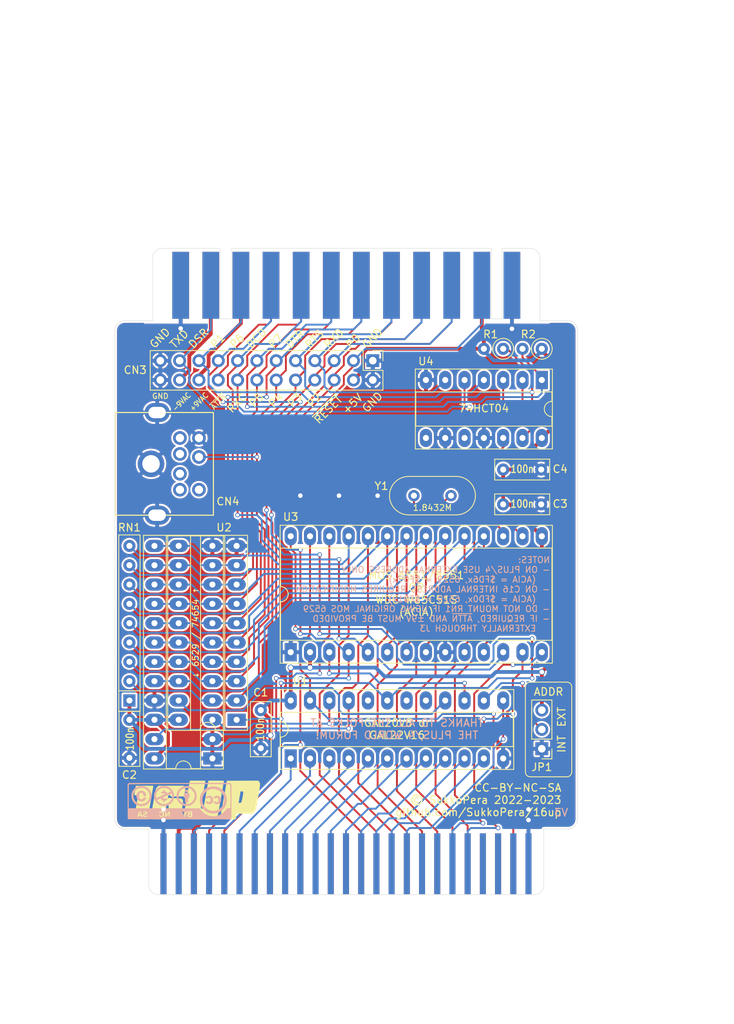
<source format=kicad_pcb>
(kicad_pcb (version 20171130) (host pcbnew 5.1.12)
  (title_block (title 16up) (date 2024-03-24) (rev 3git) (company SukkoPera) (comment 1 "Licensed under CC BY-NC-SA 4.0"))
  (layers (0 F.Cu signal) (31 B.Cu signal) (36 B.SilkS user) (37 F.SilkS user) (38 B.Mask user) (39 F.Mask user) (44 Edge.Cuts user))
  (net 0 "")
  (net 1 GND)
  (net 2 +5V)
  (net 3 /d7)
  (net 4 /d6)
  (net 5 /d4)
  (net 6 /d5)
  (net 7 /d3)
  (net 8 /d2)
  (net 9 /d1)
  (net 10 /d0)
  (net 11 /r_~w)
  (net 12 /phi2)
  (net 13 /~reset)
  (net 14 /a15)
  (net 15 /a14)
  (net 16 /a13)
  (net 17 /a12)
  (net 18 /a11)
  (net 19 /a10)
  (net 20 /a9)
  (net 21 /a8)
  (net 22 /a7)
  (net 23 /a6)
  (net 24 /a5)
  (net 25 /a4)
  (net 26 /a1)
  (net 27 /a0)
  (net 28 /~irq)
  (net 29 /p2)
  (net 30 /p3)
  (net 31 /p4)
  (net 32 /p5)
  (net 33 /p0)
  (net 34 /p7)
  (net 35 /p6)
  (net 36 /p1)
  (net 37 /~dsr_ttl)
  (net 38 /~dcd_ttl)
  (net 39 /~cs_par)
  (net 40 /~cs_ser)
  (net 41 "Net-(U3-Pad6)")
  (net 42 "Net-(U3-Pad7)")
  (net 43 /txd_ttl)
  (net 44 /rxd_ttl)
  (net 45 /~dtr_ttl)
  (net 46 /~rts_ttl)
  (net 47 "Net-(JP1-Pad2)")
  (net 48 /cba)
  (net 49 /gab)
  (net 50 "Net-(CN1-Pad6)")
  (net 51 "Net-(CN1-Pad7)")
  (net 52 "Net-(CN1-Pad8)")
  (net 53 "Net-(CN1-Pad9)")
  (net 54 "Net-(CN1-Pad10)")
  (net 55 "Net-(CN1-Pad11)")
  (net 56 "Net-(CN1-Pad12)")
  (net 57 "Net-(CN1-Pad13)")
  (net 58 "Net-(CN1-Pad22)")
  (net 59 "Net-(CN1-Pad23)")
  (net 60 "Net-(CN1-PadB)")
  (net 61 "Net-(CN1-PadD)")
  (net 62 "Net-(CN1-PadE)")
  (net 63 /a3)
  (net 64 /a2)
  (net 65 "Net-(CN1-PadZ)")
  (net 66 "Net-(CN1-PadAA)")
  (net 67 "Net-(CN1-PadBB)")
  (net 68 "Net-(CN4-Pad3)")
  (net 69 "Net-(CN4-Pad1)")
  (net 70 "Net-(CN4-Pad2)")
  (net 71 "Net-(CN4-Pad5)")
  (net 72 "Net-(CN4-Pad6)")
  (net 73 "Net-(U1-Pad20)")
  (net 74 /dsr_ttl)
  (net 75 /dcd_ttl)
  (net 76 /rxc)
  (net 77 /dtr_ttl)
  (net 78 /rts_ttl)
  (net 79 "Net-(U1-Pad17)")
  (net 80 "Net-(U1-Pad18)")
  (net 81 "Net-(U4-Pad10)")
  (net 82 "Net-(U4-Pad8)")
  (net 83 /~attn)
  (net 84 /+9v)
  (net 85 /-9v)
  (module 16up:KMDGX-7S-BS (layer F.Cu) (at 128.292 91.451 90)
    (fp_text reference CN4 (at -4.942 8.36 180) (layer F.SilkS))
    (fp_text value TAPE_IN)
    (pad 6 thru_hole circle (at -3.4 4.55 90) (size 1.8 1.8) (drill 1.1) (layers *.Cu *.Mask) (net 72 "Net-(CN4-Pad6)"))
    (pad 7 thru_hole circle (at 0.9 4.55 90) (size 1.8 1.8) (drill 1.1) (layers *.Cu *.Mask) (net 29 /p2))
    (pad 8 thru_hole circle (at 3.4 4.55 90) (size 1.8 1.8) (drill 1.1) (layers *.Cu *.Mask) (net 1 GND))
    (pad 5 thru_hole circle (at 3.4 2.05 90) (size 1.8 1.8) (drill 1.1) (layers *.Cu *.Mask) (net 71 "Net-(CN4-Pad5)"))
    (pad 2 thru_hole circle (at 1.3 2.05 90) (size 1.8 1.8) (drill 1.1) (layers *.Cu *.Mask) (net 70 "Net-(CN4-Pad2)"))
    (pad 1 thru_hole circle (at -1.3 2.05 90) (size 1.8 1.8) (drill 1.1) (layers *.Cu *.Mask) (net 69 "Net-(CN4-Pad1)"))
    (pad 3 thru_hole circle (at -3.4 2.05 90) (size 1.8 1.8) (drill 1.1) (layers *.Cu *.Mask) (net 68 "Net-(CN4-Pad3)"))
    (pad 0 thru_hole oval (at 6.75 -0.95 90) (size 2.5 3.3) (drill oval 1.5 2.3) (layers *.Cu *.Mask) (net 1 GND))
    (pad 0 thru_hole oval (at -6.75 -0.95 90) (size 2.5 3.3) (drill oval 1.5 2.3) (layers *.Cu *.Mask) (net 1 GND))
    (pad 0 thru_hole circle (at 0 -1.75 90) (size 3.5 3.5) (drill 2.3) (layers *.Cu *.Mask) (net 1 GND))
  )
  (module 16up:Plus4_UserPort (layer F.Cu) (at 152.217 72.683)
    (fp_text reference CN2 hide)
    (fp_text value ALMOST_USERPORT)
    (pad 1 smd rect (at 21.78 -4.7) (size 2.2 8.8) (layers F.Cu F.Paste F.Mask) (net 1 GND))
    (pad 2 smd rect (at 17.82 -4.7) (size 2.2 8.8) (layers F.Cu F.Paste F.Mask) (net 2 +5V))
    (pad 3 smd rect (at 13.86 -4.7) (size 2.2 8.8) (layers F.Cu F.Paste F.Mask) (net 13 /~reset))
    (pad 4 smd rect (at 9.9 -4.7) (size 2.2 8.8) (layers F.Cu F.Paste F.Mask) (net 29 /p2))
    (pad 5 smd rect (at 5.94 -4.7) (size 2.2 8.8) (layers F.Cu F.Paste F.Mask) (net 30 /p3))
    (pad 6 smd rect (at 1.98 -4.7) (size 2.2 8.8) (layers F.Cu F.Paste F.Mask) (net 31 /p4))
    (pad A smd rect (at 21.78 -4.7) (size 2.2 8.8) (layers B.Cu B.Paste B.Mask) (net 1 GND))
    (pad B smd rect (at 17.82 -4.7) (size 2.2 8.8) (layers B.Cu B.Paste B.Mask) (net 33 /p0))
    (pad C smd rect (at 13.86 -4.7) (size 2.2 8.8) (layers B.Cu B.Paste B.Mask) (net 44 /rxd_ttl))
    (pad D smd rect (at 9.9 -4.7) (size 2.2 8.8) (layers B.Cu B.Paste B.Mask) (net 78 /rts_ttl))
    (pad E smd rect (at 5.94 -4.7) (size 2.2 8.8) (layers B.Cu B.Paste B.Mask) (net 77 /dtr_ttl))
    (pad F smd rect (at 1.98 -4.7) (size 2.2 8.8) (layers B.Cu B.Paste B.Mask) (net 34 /p7))
    (pad 7 smd rect (at -1.98 -4.7) (size 2.2 8.8) (layers F.Cu F.Paste F.Mask) (net 32 /p5))
    (pad 8 smd rect (at -5.94 -4.7) (size 2.2 8.8) (layers F.Cu F.Paste F.Mask) (net 76 /rxc))
    (pad 9 smd rect (at -9.9 -4.7) (size 2.2 8.8) (layers F.Cu F.Paste F.Mask) (net 83 /~attn))
    (pad 10 smd rect (at -13.86 -4.7) (size 2.2 8.8) (layers F.Cu F.Paste F.Mask) (net 84 /+9v))
    (pad 11 smd rect (at -17.82 -4.7) (size 2.2 8.8) (layers F.Cu F.Paste F.Mask) (net 85 /-9v))
    (pad 12 smd rect (at -21.78 -4.7) (size 2.2 8.8) (layers F.Cu F.Paste F.Mask) (net 1 GND))
    (pad N smd rect (at -21.78 -4.7) (size 2.2 8.8) (layers B.Cu B.Paste B.Mask) (net 1 GND))
    (pad H smd rect (at -1.98 -4.7) (size 2.2 8.8) (layers B.Cu B.Paste B.Mask) (net 75 /dcd_ttl))
    (pad J smd rect (at -5.94 -4.7) (size 2.2 8.8) (layers B.Cu B.Paste B.Mask) (net 35 /p6))
    (pad L smd rect (at -13.86 -4.7) (size 2.2 8.8) (layers B.Cu B.Paste B.Mask) (net 74 /dsr_ttl))
    (pad K smd rect (at -9.9 -4.7) (size 2.2 8.8) (layers B.Cu B.Paste B.Mask) (net 36 /p1))
    (pad M smd rect (at -17.82 -4.7) (size 2.2 8.8) (layers B.Cu B.Paste B.Mask) (net 43 /txd_ttl))
  )
  (module Resistor_THT:R_Array_SIP9 (layer F.Cu) (at 123.698 122.555 90)
    (fp_text reference RN1 (at 22.733 0 180) (layer F.SilkS))
    (fp_text value 8.2k)
    (pad 9 thru_hole oval (at 20.32 0 90) (size 1.6 1.6) (drill 0.8) (layers *.Cu *.Mask) (net 34 /p7))
    (pad 8 thru_hole oval (at 17.78 0 90) (size 1.6 1.6) (drill 0.8) (layers *.Cu *.Mask) (net 35 /p6))
    (pad 7 thru_hole oval (at 15.24 0 90) (size 1.6 1.6) (drill 0.8) (layers *.Cu *.Mask) (net 32 /p5))
    (pad 6 thru_hole oval (at 12.7 0 90) (size 1.6 1.6) (drill 0.8) (layers *.Cu *.Mask) (net 31 /p4))
    (pad 5 thru_hole oval (at 10.16 0 90) (size 1.6 1.6) (drill 0.8) (layers *.Cu *.Mask) (net 30 /p3))
    (pad 4 thru_hole oval (at 7.62 0 90) (size 1.6 1.6) (drill 0.8) (layers *.Cu *.Mask) (net 29 /p2))
    (pad 3 thru_hole oval (at 5.08 0 90) (size 1.6 1.6) (drill 0.8) (layers *.Cu *.Mask) (net 36 /p1))
    (pad 2 thru_hole oval (at 2.54 0 90) (size 1.6 1.6) (drill 0.8) (layers *.Cu *.Mask) (net 33 /p0))
    (pad 1 thru_hole rect (at 0 0 90) (size 1.6 1.6) (drill 0.8) (layers *.Cu *.Mask) (net 2 +5V))
  )
  (module Capacitor_THT:C_Disc_D7.0mm_W2.5mm_P5.00mm (layer F.Cu) (at 140.97 123.825 270)
    (fp_text reference C1 (at -2.31781 0 180) (layer F.SilkS))
    (fp_text value 100n (at 2.5 0.0675 90) (layer F.SilkS) (effects (font (size 1 0.8))))
    (pad 1 thru_hole circle (at 0 0 270) (size 1.6 1.6) (drill 0.8) (layers *.Cu *.Mask) (net 2 +5V))
    (pad 2 thru_hole circle (at 5 0 315) (size 1.6 1.6) (drill 0.8) (layers *.Cu *.Mask) (net 1 GND))
  )
  (module 16up:C16_Cart_Conn (layer F.Cu) (at 152.177 144.018)
    (fp_text reference CN1 hide)
    (fp_text value EXPANSION_PORT hide)
    (pad 6 smd rect (at -14 0) (size 0.8 8) (layers F.Cu) (net 50 "Net-(CN1-Pad6)"))
    (pad 3 smd rect (at -20 0) (size 0.8 8) (layers F.Cu) (net 2 +5V))
    (pad 7 smd rect (at -12 0) (size 0.8 8) (layers F.Cu) (net 51 "Net-(CN1-Pad7)"))
    (pad 8 smd rect (at -10 0) (size 0.8 8) (layers F.Cu) (net 52 "Net-(CN1-Pad8)"))
    (pad 9 smd rect (at -8 0) (size 0.8 8) (layers F.Cu) (net 53 "Net-(CN1-Pad9)"))
    (pad 10 smd rect (at -6 0) (size 0.8 8) (layers F.Cu) (net 54 "Net-(CN1-Pad10)"))
    (pad 11 smd rect (at -4 0) (size 0.8 8) (layers F.Cu) (net 55 "Net-(CN1-Pad11)"))
    (pad 12 smd rect (at -2 0) (size 0.8 8) (layers F.Cu) (net 56 "Net-(CN1-Pad12)"))
    (pad 2 smd rect (at -22 0) (size 0.8 8) (layers F.Cu) (net 2 +5V))
    (pad 13 smd rect (at 0 0) (size 0.8 8) (layers F.Cu) (net 57 "Net-(CN1-Pad13)"))
    (pad 14 smd rect (at 2 0) (size 0.8 8) (layers F.Cu) (net 3 /d7))
    (pad 15 smd rect (at 4 0) (size 0.8 8) (layers F.Cu) (net 4 /d6))
    (pad 17 smd rect (at 8 0) (size 0.8 8) (layers F.Cu) (net 5 /d4))
    (pad 16 smd rect (at 6 0) (size 0.8 8) (layers F.Cu) (net 6 /d5))
    (pad 18 smd rect (at 10 0) (size 0.8 8) (layers F.Cu) (net 7 /d3))
    (pad 19 smd rect (at 12 0) (size 0.8 8) (layers F.Cu) (net 8 /d2))
    (pad 20 smd rect (at 14 0) (size 0.8 8) (layers F.Cu) (net 9 /d1))
    (pad 21 smd rect (at 16 0) (size 0.8 8) (layers F.Cu) (net 10 /d0))
    (pad 25 smd rect (at 24 0) (size 0.8 8) (layers F.Cu) (net 1 GND))
    (pad 22 smd rect (at 18 0) (size 0.8 8) (layers F.Cu) (net 58 "Net-(CN1-Pad22)"))
    (pad 1 smd rect (at -24 0) (size 0.8 8) (layers F.Cu) (net 1 GND))
    (pad 4 smd rect (at -18 0) (size 0.8 8) (layers F.Cu) (net 28 /~irq))
    (pad 5 smd rect (at -16 0) (size 0.8 8) (layers F.Cu) (net 11 /r_~w))
    (pad 23 smd rect (at 20 0) (size 0.8 8) (layers F.Cu) (net 59 "Net-(CN1-Pad23)"))
    (pad 24 smd rect (at 22 0) (size 0.8 8) (layers F.Cu) (net 12 /phi2))
    (pad B smd rect (at -22 0) (size 0.8 8) (layers B.Cu) (net 60 "Net-(CN1-PadB)"))
    (pad A smd rect (at -24 0) (size 0.8 8) (layers B.Cu) (net 1 GND))
    (pad C smd rect (at -20 0) (size 0.8 8) (layers B.Cu) (net 13 /~reset))
    (pad D smd rect (at -18 0) (size 0.8 8) (layers B.Cu) (net 61 "Net-(CN1-PadD)"))
    (pad E smd rect (at -16 0) (size 0.8 8) (layers B.Cu) (net 62 "Net-(CN1-PadE)"))
    (pad F smd rect (at -14 0) (size 0.8 8) (layers B.Cu) (net 14 /a15))
    (pad H smd rect (at -12 0) (size 0.8 8) (layers B.Cu) (net 15 /a14))
    (pad J smd rect (at -10 0) (size 0.8 8) (layers B.Cu) (net 16 /a13))
    (pad K smd rect (at -8 0) (size 0.8 8) (layers B.Cu) (net 17 /a12))
    (pad L smd rect (at -6 0) (size 0.8 8) (layers B.Cu) (net 18 /a11))
    (pad M smd rect (at -4 0) (size 0.8 8) (layers B.Cu) (net 19 /a10))
    (pad N smd rect (at -2 0) (size 0.8 8) (layers B.Cu) (net 20 /a9))
    (pad P smd rect (at 0 0) (size 0.8 8) (layers B.Cu) (net 21 /a8))
    (pad R smd rect (at 2 0) (size 0.8 8) (layers B.Cu) (net 22 /a7))
    (pad S smd rect (at 4 0) (size 0.8 8) (layers B.Cu) (net 23 /a6))
    (pad T smd rect (at 6 0) (size 0.8 8) (layers B.Cu) (net 24 /a5))
    (pad U smd rect (at 8 0) (size 0.8 8) (layers B.Cu) (net 25 /a4))
    (pad V smd rect (at 10 0) (size 0.8 8) (layers B.Cu) (net 63 /a3))
    (pad W smd rect (at 12 0) (size 0.8 8) (layers B.Cu) (net 64 /a2))
    (pad X smd rect (at 14 0) (size 0.8 8) (layers B.Cu) (net 26 /a1))
    (pad Y smd rect (at 16 0) (size 0.8 8) (layers B.Cu) (net 27 /a0))
    (pad Z smd rect (at 18 0) (size 0.8 8) (layers B.Cu) (net 65 "Net-(CN1-PadZ)"))
    (pad AA smd rect (at 20 0) (size 0.8 8) (layers B.Cu) (net 66 "Net-(CN1-PadAA)"))
    (pad BB smd rect (at 22 0) (size 0.8 8) (layers B.Cu) (net 67 "Net-(CN1-PadBB)"))
    (pad CC smd rect (at 24 0) (size 0.8 8) (layers B.Cu) (net 1 GND))
  )
  (module Package_DIP:DIP-20_W7.62mm_Socket_LongPads (layer F.Cu) (at 137.795 125.095 180)
    (fp_text reference U2 (at 1.651 25.273) (layer F.SilkS))
    (fp_text value MOS_6529)
    (pad 1 thru_hole rect (at 0 0 180) (size 2.4 1.6) (drill 0.8) (layers *.Cu *.Mask) (net 11 /r_~w))
    (pad 11 thru_hole oval (at 7.62 22.86 180) (size 2.4 1.6) (drill 0.8) (layers *.Cu *.Mask) (net 3 /d7))
    (pad 2 thru_hole oval (at 0 2.54 180) (size 2.4 1.6) (drill 0.8) (layers *.Cu *.Mask) (net 33 /p0))
    (pad 12 thru_hole oval (at 7.62 20.32 180) (size 2.4 1.6) (drill 0.8) (layers *.Cu *.Mask) (net 4 /d6))
    (pad 3 thru_hole oval (at 0 5.08 180) (size 2.4 1.6) (drill 0.8) (layers *.Cu *.Mask) (net 36 /p1))
    (pad 13 thru_hole oval (at 7.62 17.78 180) (size 2.4 1.6) (drill 0.8) (layers *.Cu *.Mask) (net 6 /d5))
    (pad 4 thru_hole oval (at 0 7.62 180) (size 2.4 1.6) (drill 0.8) (layers *.Cu *.Mask) (net 29 /p2))
    (pad 14 thru_hole oval (at 7.62 15.24 180) (size 2.4 1.6) (drill 0.8) (layers *.Cu *.Mask) (net 5 /d4))
    (pad 5 thru_hole oval (at 0 10.16 180) (size 2.4 1.6) (drill 0.8) (layers *.Cu *.Mask) (net 30 /p3))
    (pad 15 thru_hole oval (at 7.62 12.7 180) (size 2.4 1.6) (drill 0.8) (layers *.Cu *.Mask) (net 7 /d3))
    (pad 6 thru_hole oval (at 0 12.7 180) (size 2.4 1.6) (drill 0.8) (layers *.Cu *.Mask) (net 31 /p4))
    (pad 16 thru_hole oval (at 7.62 10.16 180) (size 2.4 1.6) (drill 0.8) (layers *.Cu *.Mask) (net 8 /d2))
    (pad 7 thru_hole oval (at 0 15.24 180) (size 2.4 1.6) (drill 0.8) (layers *.Cu *.Mask) (net 32 /p5))
    (pad 17 thru_hole oval (at 7.62 7.62 180) (size 2.4 1.6) (drill 0.8) (layers *.Cu *.Mask) (net 9 /d1))
    (pad 8 thru_hole oval (at 0 17.78 180) (size 2.4 1.6) (drill 0.8) (layers *.Cu *.Mask) (net 35 /p6))
    (pad 18 thru_hole oval (at 7.62 5.08 180) (size 2.4 1.6) (drill 0.8) (layers *.Cu *.Mask) (net 10 /d0))
    (pad 9 thru_hole oval (at 0 20.32 180) (size 2.4 1.6) (drill 0.8) (layers *.Cu *.Mask) (net 34 /p7))
    (pad 19 thru_hole oval (at 7.62 2.54 180) (size 2.4 1.6) (drill 0.8) (layers *.Cu *.Mask) (net 39 /~cs_par))
    (pad 10 thru_hole oval (at 0 22.86 180) (size 2.4 1.6) (drill 0.8) (layers *.Cu *.Mask) (net 1 GND))
    (pad 20 thru_hole oval (at 7.62 0 180) (size 2.4 1.6) (drill 0.8) (layers *.Cu *.Mask) (net 2 +5V))
  )
  (module Package_DIP:DIP-28_W15.24mm_Socket_LongPads (layer F.Cu) (at 144.907 116.205 90)
    (fp_text reference U3 (at 17.78 0 180) (layer F.SilkS))
    (fp_text value MOS_6551_ACIA)
    (pad 28 thru_hole oval (at 15.24 0 90) (size 2.4 1.6) (drill 0.8) (layers *.Cu *.Mask) (net 11 /r_~w))
    (pad 14 thru_hole oval (at 0 33.02 90) (size 2.4 1.6) (drill 0.8) (layers *.Cu *.Mask) (net 26 /a1))
    (pad 27 thru_hole oval (at 15.24 2.54 90) (size 2.4 1.6) (drill 0.8) (layers *.Cu *.Mask) (net 12 /phi2))
    (pad 13 thru_hole oval (at 0 30.48 90) (size 2.4 1.6) (drill 0.8) (layers *.Cu *.Mask) (net 27 /a0))
    (pad 26 thru_hole oval (at 15.24 5.08 90) (size 2.4 1.6) (drill 0.8) (layers *.Cu *.Mask) (net 28 /~irq))
    (pad 12 thru_hole oval (at 0 27.94 90) (size 2.4 1.6) (drill 0.8) (layers *.Cu *.Mask) (net 44 /rxd_ttl))
    (pad 25 thru_hole oval (at 15.24 7.62 90) (size 2.4 1.6) (drill 0.8) (layers *.Cu *.Mask) (net 3 /d7))
    (pad 11 thru_hole oval (at 0 25.4 90) (size 2.4 1.6) (drill 0.8) (layers *.Cu *.Mask) (net 45 /~dtr_ttl))
    (pad 24 thru_hole oval (at 15.24 10.16 90) (size 2.4 1.6) (drill 0.8) (layers *.Cu *.Mask) (net 4 /d6))
    (pad 10 thru_hole oval (at 0 22.86 90) (size 2.4 1.6) (drill 0.8) (layers *.Cu *.Mask) (net 43 /txd_ttl))
    (pad 23 thru_hole oval (at 15.24 12.7 90) (size 2.4 1.6) (drill 0.8) (layers *.Cu *.Mask) (net 6 /d5))
    (pad 9 thru_hole oval (at 0 20.32 90) (size 2.4 1.6) (drill 0.8) (layers *.Cu *.Mask) (net 1 GND))
    (pad 22 thru_hole oval (at 15.24 15.24 90) (size 2.4 1.6) (drill 0.8) (layers *.Cu *.Mask) (net 5 /d4))
    (pad 8 thru_hole oval (at 0 17.78 90) (size 2.4 1.6) (drill 0.8) (layers *.Cu *.Mask) (net 46 /~rts_ttl))
    (pad 21 thru_hole oval (at 15.24 17.78 90) (size 2.4 1.6) (drill 0.8) (layers *.Cu *.Mask) (net 7 /d3))
    (pad 7 thru_hole oval (at 0 15.24 90) (size 2.4 1.6) (drill 0.8) (layers *.Cu *.Mask) (net 42 "Net-(U3-Pad7)"))
    (pad 20 thru_hole oval (at 15.24 20.32 90) (size 2.4 1.6) (drill 0.8) (layers *.Cu *.Mask) (net 8 /d2))
    (pad 6 thru_hole oval (at 0 12.7 90) (size 2.4 1.6) (drill 0.8) (layers *.Cu *.Mask) (net 41 "Net-(U3-Pad6)"))
    (pad 19 thru_hole oval (at 15.24 22.86 90) (size 2.4 1.6) (drill 0.8) (layers *.Cu *.Mask) (net 9 /d1))
    (pad 5 thru_hole oval (at 0 10.16 90) (size 2.4 1.6) (drill 0.8) (layers *.Cu *.Mask) (net 76 /rxc))
    (pad 18 thru_hole oval (at 15.24 25.4 90) (size 2.4 1.6) (drill 0.8) (layers *.Cu *.Mask) (net 10 /d0))
    (pad 4 thru_hole oval (at 0 7.62 90) (size 2.4 1.6) (drill 0.8) (layers *.Cu *.Mask) (net 13 /~reset))
    (pad 17 thru_hole oval (at 15.24 27.94 90) (size 2.4 1.6) (drill 0.8) (layers *.Cu *.Mask) (net 37 /~dsr_ttl))
    (pad 3 thru_hole oval (at 0 5.08 90) (size 2.4 1.6) (drill 0.8) (layers *.Cu *.Mask) (net 40 /~cs_ser))
    (pad 16 thru_hole oval (at 15.24 30.48 90) (size 2.4 1.6) (drill 0.8) (layers *.Cu *.Mask) (net 38 /~dcd_ttl))
    (pad 2 thru_hole oval (at 0 2.54 90) (size 2.4 1.6) (drill 0.8) (layers *.Cu *.Mask) (net 2 +5V))
    (pad 15 thru_hole oval (at 15.24 33.02 90) (size 2.4 1.6) (drill 0.8) (layers *.Cu *.Mask) (net 2 +5V))
    (pad 1 thru_hole rect (at 0 0 90) (size 2.4 1.6) (drill 0.8) (layers *.Cu *.Mask) (net 1 GND))
  )
  (module Crystal:Crystal_HC49-U_Vertical (layer F.Cu) (at 165.989 95.631 180)
    (fp_text reference Y1 (at 9.144 1.27) (layer F.SilkS))
    (fp_text value 1.8432M (at 2.45 -1.5875) (layer F.SilkS) (effects (font (size 0.8 0.8) (thickness 0.12))))
    (pad 2 thru_hole circle (at 4.88 0 180) (size 1.5 1.5) (drill 0.8) (layers *.Cu *.Mask) (net 41 "Net-(U3-Pad6)"))
    (pad 1 thru_hole circle (at 0 0 180) (size 1.5 1.5) (drill 0.8) (layers *.Cu *.Mask) (net 42 "Net-(U3-Pad7)"))
  )
  (module Capacitor_THT:C_Disc_D7.0mm_W2.5mm_P5.00mm (layer F.Cu) (at 123.698 125.095 270)
    (fp_text reference C2 (at 7.239 0 180) (layer F.SilkS))
    (fp_text value 100n (at 2.499999 -0.0675 90) (layer F.SilkS) (effects (font (size 1 0.8))))
    (pad 1 thru_hole circle (at 0 0 270) (size 1.6 1.6) (drill 0.8) (layers *.Cu *.Mask) (net 2 +5V))
    (pad 2 thru_hole circle (at 5 0 315) (size 1.6 1.6) (drill 0.8) (layers *.Cu *.Mask) (net 1 GND))
  )
  (module Capacitor_THT:C_Disc_D7.0mm_W2.5mm_P5.00mm (layer F.Cu) (at 172.847 96.774)
    (fp_text reference C3 (at 7.493 -0.0675) (layer F.SilkS))
    (fp_text value 100n (at 2.5 -0.0675) (layer F.SilkS) (effects (font (size 1 0.8))))
    (pad 1 thru_hole circle (at 0 0) (size 1.6 1.6) (drill 0.8) (layers *.Cu *.Mask) (net 2 +5V))
    (pad 2 thru_hole circle (at 5 0) (size 1.6 1.6) (drill 0.8) (layers *.Cu *.Mask) (net 1 GND))
  )
  (module Connector_PinHeader_2.54mm:PinHeader_1x03_P2.54mm_Vertical (layer F.Cu) (at 177.927 128.9 180)
    (fp_text reference JP1 (at 0 -2.413) (layer F.SilkS))
    (fp_text value JMP_ADDRESS)
    (pad 1 thru_hole rect (at 0 0 180) (size 1.7 1.7) (drill 1) (layers *.Cu *.Mask) (net 1 GND))
    (pad 2 thru_hole oval (at 0 2.54 180) (size 1.7 1.7) (drill 1) (layers *.Cu *.Mask) (net 47 "Net-(JP1-Pad2)"))
    (pad 3 thru_hole oval (at 0 5.08 180) (size 1.7 1.7) (drill 1) (layers *.Cu *.Mask) (net 2 +5V))
  )
  (module Package_DIP:DIP-24_W7.62mm_Socket_LongPads (layer F.Cu) (at 144.907 130.175 90)
    (fp_text reference U1 (at 10.16 1.27 180) (layer F.SilkS))
    (fp_text value GAL20V8)
    (pad 1 thru_hole rect (at 0 0 90) (size 2.4 1.6) (drill 0.8) (layers *.Cu *.Mask) (net 14 /a15))
    (pad 13 thru_hole oval (at 7.62 27.94 90) (size 2.4 1.6) (drill 0.8) (layers *.Cu *.Mask) (net 25 /a4))
    (pad 2 thru_hole oval (at 0 2.54 90) (size 2.4 1.6) (drill 0.8) (layers *.Cu *.Mask) (net 15 /a14))
    (pad 14 thru_hole oval (at 7.62 25.4 90) (size 2.4 1.6) (drill 0.8) (layers *.Cu *.Mask) (net 47 "Net-(JP1-Pad2)"))
    (pad 3 thru_hole oval (at 0 5.08 90) (size 2.4 1.6) (drill 0.8) (layers *.Cu *.Mask) (net 16 /a13))
    (pad 15 thru_hole oval (at 7.62 22.86 90) (size 2.4 1.6) (drill 0.8) (layers *.Cu *.Mask) (net 40 /~cs_ser))
    (pad 4 thru_hole oval (at 0 7.62 90) (size 2.4 1.6) (drill 0.8) (layers *.Cu *.Mask) (net 17 /a12))
    (pad 16 thru_hole oval (at 7.62 20.32 90) (size 2.4 1.6) (drill 0.8) (layers *.Cu *.Mask) (net 39 /~cs_par))
    (pad 5 thru_hole oval (at 0 10.16 90) (size 2.4 1.6) (drill 0.8) (layers *.Cu *.Mask) (net 18 /a11))
    (pad 17 thru_hole oval (at 7.62 17.78 90) (size 2.4 1.6) (drill 0.8) (layers *.Cu *.Mask) (net 79 "Net-(U1-Pad17)"))
    (pad 6 thru_hole oval (at 0 12.7 90) (size 2.4 1.6) (drill 0.8) (layers *.Cu *.Mask) (net 19 /a10))
    (pad 18 thru_hole oval (at 7.62 15.24 90) (size 2.4 1.6) (drill 0.8) (layers *.Cu *.Mask) (net 80 "Net-(U1-Pad18)"))
    (pad 7 thru_hole oval (at 0 15.24 90) (size 2.4 1.6) (drill 0.8) (layers *.Cu *.Mask) (net 20 /a9))
    (pad 19 thru_hole oval (at 7.62 12.7 90) (size 2.4 1.6) (drill 0.8) (layers *.Cu *.Mask) (net 11 /r_~w))
    (pad 8 thru_hole oval (at 0 17.78 90) (size 2.4 1.6) (drill 0.8) (layers *.Cu *.Mask) (net 21 /a8))
    (pad 20 thru_hole oval (at 7.62 10.16 90) (size 2.4 1.6) (drill 0.8) (layers *.Cu *.Mask) (net 73 "Net-(U1-Pad20)"))
    (pad 9 thru_hole oval (at 0 20.32 90) (size 2.4 1.6) (drill 0.8) (layers *.Cu *.Mask) (net 22 /a7))
    (pad 21 thru_hole oval (at 7.62 7.62 90) (size 2.4 1.6) (drill 0.8) (layers *.Cu *.Mask) (net 48 /cba))
    (pad 10 thru_hole oval (at 0 22.86 90) (size 2.4 1.6) (drill 0.8) (layers *.Cu *.Mask) (net 23 /a6))
    (pad 22 thru_hole oval (at 7.62 5.08 90) (size 2.4 1.6) (drill 0.8) (layers *.Cu *.Mask) (net 49 /gab))
    (pad 11 thru_hole oval (at 0 25.4 90) (size 2.4 1.6) (drill 0.8) (layers *.Cu *.Mask) (net 24 /a5))
    (pad 23 thru_hole oval (at 7.62 2.54 90) (size 2.4 1.6) (drill 0.8) (layers *.Cu *.Mask) (net 12 /phi2))
    (pad 12 thru_hole oval (at 0 27.94 90) (size 2.4 1.6) (drill 0.8) (layers *.Cu *.Mask) (net 1 GND))
    (pad 24 thru_hole oval (at 7.62 0 90) (size 2.4 1.6) (drill 0.8) (layers *.Cu *.Mask) (net 2 +5V))
  )
  (module Package_DIP:DIP-24_W7.62mm_Socket_LongPads (layer F.Cu) (at 134.61 130.175 180)
    (fp_text reference U102 hide)
    (fp_text value 74LS654)
    (pad 1 thru_hole rect (at 0 0 180) (size 2.4 1.6) (drill 0.8) (layers *.Cu *.Mask) (net 1 GND))
    (pad 13 thru_hole oval (at 7.62 27.94 180) (size 2.4 1.6) (drill 0.8) (layers *.Cu *.Mask) (net 3 /d7))
    (pad 2 thru_hole oval (at 0 2.54 180) (size 2.4 1.6) (drill 0.8) (layers *.Cu *.Mask) (net 1 GND))
    (pad 14 thru_hole oval (at 7.62 25.4 180) (size 2.4 1.6) (drill 0.8) (layers *.Cu *.Mask) (net 4 /d6))
    (pad 3 thru_hole oval (at 0 5.08 180) (size 2.4 1.6) (drill 0.8) (layers *.Cu *.Mask) (net 49 /gab))
    (pad 15 thru_hole oval (at 7.62 22.86 180) (size 2.4 1.6) (drill 0.8) (layers *.Cu *.Mask) (net 6 /d5))
    (pad 4 thru_hole oval (at 0 7.62 180) (size 2.4 1.6) (drill 0.8) (layers *.Cu *.Mask) (net 33 /p0))
    (pad 16 thru_hole oval (at 7.62 20.32 180) (size 2.4 1.6) (drill 0.8) (layers *.Cu *.Mask) (net 5 /d4))
    (pad 5 thru_hole oval (at 0 10.16 180) (size 2.4 1.6) (drill 0.8) (layers *.Cu *.Mask) (net 36 /p1))
    (pad 17 thru_hole oval (at 7.62 17.78 180) (size 2.4 1.6) (drill 0.8) (layers *.Cu *.Mask) (net 7 /d3))
    (pad 6 thru_hole oval (at 0 12.7 180) (size 2.4 1.6) (drill 0.8) (layers *.Cu *.Mask) (net 29 /p2))
    (pad 18 thru_hole oval (at 7.62 15.24 180) (size 2.4 1.6) (drill 0.8) (layers *.Cu *.Mask) (net 8 /d2))
    (pad 7 thru_hole oval (at 0 15.24 180) (size 2.4 1.6) (drill 0.8) (layers *.Cu *.Mask) (net 30 /p3))
    (pad 19 thru_hole oval (at 7.62 12.7 180) (size 2.4 1.6) (drill 0.8) (layers *.Cu *.Mask) (net 9 /d1))
    (pad 8 thru_hole oval (at 0 17.78 180) (size 2.4 1.6) (drill 0.8) (layers *.Cu *.Mask) (net 31 /p4))
    (pad 20 thru_hole oval (at 7.62 10.16 180) (size 2.4 1.6) (drill 0.8) (layers *.Cu *.Mask) (net 10 /d0))
    (pad 9 thru_hole oval (at 0 20.32 180) (size 2.4 1.6) (drill 0.8) (layers *.Cu *.Mask) (net 32 /p5))
    (pad 21 thru_hole oval (at 7.62 7.62 180) (size 2.4 1.6) (drill 0.8) (layers *.Cu *.Mask) (net 1 GND))
    (pad 10 thru_hole oval (at 0 22.86 180) (size 2.4 1.6) (drill 0.8) (layers *.Cu *.Mask) (net 35 /p6))
    (pad 22 thru_hole oval (at 7.62 5.08 180) (size 2.4 1.6) (drill 0.8) (layers *.Cu *.Mask) (net 2 +5V))
    (pad 11 thru_hole oval (at 0 25.4 180) (size 2.4 1.6) (drill 0.8) (layers *.Cu *.Mask) (net 34 /p7))
    (pad 23 thru_hole oval (at 7.62 2.54 180) (size 2.4 1.6) (drill 0.8) (layers *.Cu *.Mask) (net 48 /cba))
    (pad 12 thru_hole oval (at 0 27.94 180) (size 2.4 1.6) (drill 0.8) (layers *.Cu *.Mask) (net 1 GND))
    (pad 24 thru_hole oval (at 7.62 0 180) (size 2.4 1.6) (drill 0.8) (layers *.Cu *.Mask) (net 2 +5V))
  )
  (module 16up:logo (layer F.Cu) (at 132.588 135.633499)
    (fp_text reference V0 hide)
    (fp_text value LOGO hide)
  )
  (module 16up:cc_by_nc_sa (layer B.Cu) (at 130.302 135.776809 180)
    (fp_text reference V1 hide)
    (fp_text value CC-BY-NC-SA hide)
  )
  (module Capacitor_THT:C_Disc_D7.0mm_W2.5mm_P5.00mm (layer F.Cu) (at 172.847 92.202)
    (fp_text reference C4 (at 7.493 -0.0675) (layer F.SilkS))
    (fp_text value 100n (at 2.5 -0.0675) (layer F.SilkS) (effects (font (size 1 0.8))))
    (pad 1 thru_hole circle (at 0 0) (size 1.6 1.6) (drill 0.8) (layers *.Cu *.Mask) (net 2 +5V))
    (pad 2 thru_hole circle (at 5 0) (size 1.6 1.6) (drill 0.8) (layers *.Cu *.Mask) (net 1 GND))
  )
  (module Resistor_THT:R_Axial_DIN0207_L6.3mm_D2.5mm_P2.54mm_Vertical (layer F.Cu) (at 172.847 76.327 180)
    (fp_text reference R1 (at 1.651 1.905) (layer F.SilkS))
    (fp_text value 10k)
    (pad 2 thru_hole oval (at 2.54 0 180) (size 1.6 1.6) (drill 0.8) (layers *.Cu *.Mask) (net 2 +5V))
    (pad 1 thru_hole circle (at 0 0 180) (size 1.6 1.6) (drill 0.8) (layers *.Cu *.Mask) (net 74 /dsr_ttl))
  )
  (module Resistor_THT:R_Axial_DIN0207_L6.3mm_D2.5mm_P2.54mm_Vertical (layer F.Cu) (at 177.927 76.327 180)
    (fp_text reference R2 (at 1.778 1.905) (layer F.SilkS))
    (fp_text value 10k)
    (pad 1 thru_hole circle (at 0 0 180) (size 1.6 1.6) (drill 0.8) (layers *.Cu *.Mask) (net 2 +5V))
    (pad 2 thru_hole oval (at 2.54 0 180) (size 1.6 1.6) (drill 0.8) (layers *.Cu *.Mask) (net 75 /dcd_ttl))
  )
  (module Package_DIP:DIP-14_W7.62mm_Socket_LongPads (layer F.Cu) (at 177.927 80.431 270)
    (fp_text reference U4 (at -2.453 15.24 180) (layer F.SilkS))
    (fp_text value 74HCT04 (at 3.7325 7.625 180) (layer F.SilkS))
    (pad 1 thru_hole rect (at 0 0 270) (size 2.4 1.6) (drill 0.8) (layers *.Cu *.Mask) (net 75 /dcd_ttl))
    (pad 8 thru_hole oval (at 7.62 15.24 270) (size 2.4 1.6) (drill 0.8) (layers *.Cu *.Mask) (net 82 "Net-(U4-Pad8)"))
    (pad 2 thru_hole oval (at 0 2.54 270) (size 2.4 1.6) (drill 0.8) (layers *.Cu *.Mask) (net 38 /~dcd_ttl))
    (pad 9 thru_hole oval (at 7.62 12.7 270) (size 2.4 1.6) (drill 0.8) (layers *.Cu *.Mask) (net 1 GND))
    (pad 3 thru_hole oval (at 0 5.08 270) (size 2.4 1.6) (drill 0.8) (layers *.Cu *.Mask) (net 45 /~dtr_ttl))
    (pad 10 thru_hole oval (at 7.62 10.16 270) (size 2.4 1.6) (drill 0.8) (layers *.Cu *.Mask) (net 81 "Net-(U4-Pad10)"))
    (pad 4 thru_hole oval (at 0 7.62 270) (size 2.4 1.6) (drill 0.8) (layers *.Cu *.Mask) (net 77 /dtr_ttl))
    (pad 11 thru_hole oval (at 7.62 7.62 270) (size 2.4 1.6) (drill 0.8) (layers *.Cu *.Mask) (net 1 GND))
    (pad 5 thru_hole oval (at 0 10.16 270) (size 2.4 1.6) (drill 0.8) (layers *.Cu *.Mask) (net 46 /~rts_ttl))
    (pad 12 thru_hole oval (at 7.62 5.08 270) (size 2.4 1.6) (drill 0.8) (layers *.Cu *.Mask) (net 37 /~dsr_ttl))
    (pad 6 thru_hole oval (at 0 12.7 270) (size 2.4 1.6) (drill 0.8) (layers *.Cu *.Mask) (net 78 /rts_ttl))
    (pad 13 thru_hole oval (at 7.62 2.54 270) (size 2.4 1.6) (drill 0.8) (layers *.Cu *.Mask) (net 74 /dsr_ttl))
    (pad 7 thru_hole oval (at 0 15.24 270) (size 2.4 1.6) (drill 0.8) (layers *.Cu *.Mask) (net 1 GND))
    (pad 14 thru_hole oval (at 7.62 0 270) (size 2.4 1.6) (drill 0.8) (layers *.Cu *.Mask) (net 2 +5V))
  )
  (module Connector_PinHeader_2.54mm:PinHeader_2x12_P2.54mm_Vertical (layer F.Cu) (at 155.702 77.891 270)
    (fp_text reference CN3 (at 1.23 31.242 180) (layer F.SilkS))
    (fp_text value CONN_UPORT254)
    (pad 1 thru_hole rect (at 0 0 270) (size 1.7 1.7) (drill 1) (layers *.Cu *.Mask) (net 1 GND) (clearance 0.1))
    (pad 2 thru_hole oval (at 2.54 0 270) (size 1.7 1.7) (drill 1) (layers *.Cu *.Mask) (net 1 GND))
    (pad 3 thru_hole oval (at 0 2.54 270) (size 1.7 1.7) (drill 1) (layers *.Cu *.Mask) (net 33 /p0) (clearance 0.1))
    (pad 4 thru_hole oval (at 2.54 2.54 270) (size 1.7 1.7) (drill 1) (layers *.Cu *.Mask) (net 2 +5V))
    (pad 5 thru_hole oval (at 0 5.08 270) (size 1.7 1.7) (drill 1) (layers *.Cu *.Mask) (net 44 /rxd_ttl))
    (pad 6 thru_hole oval (at 2.54 5.08 270) (size 1.7 1.7) (drill 1) (layers *.Cu *.Mask) (net 13 /~reset))
    (pad 7 thru_hole oval (at 0 7.62 270) (size 1.7 1.7) (drill 1) (layers *.Cu *.Mask) (net 78 /rts_ttl))
    (pad 8 thru_hole oval (at 2.54 7.62 270) (size 1.7 1.7) (drill 1) (layers *.Cu *.Mask) (net 29 /p2))
    (pad 9 thru_hole oval (at 0 10.16 270) (size 1.7 1.7) (drill 1) (layers *.Cu *.Mask) (net 77 /dtr_ttl))
    (pad 10 thru_hole oval (at 2.54 10.16 270) (size 1.7 1.7) (drill 1) (layers *.Cu *.Mask) (net 30 /p3))
    (pad 11 thru_hole oval (at 0 12.7 270) (size 1.7 1.7) (drill 1) (layers *.Cu *.Mask) (net 34 /p7))
    (pad 12 thru_hole oval (at 2.54 12.7 270) (size 1.7 1.7) (drill 1) (layers *.Cu *.Mask) (net 31 /p4))
    (pad 13 thru_hole oval (at 0 15.24 270) (size 1.7 1.7) (drill 1) (layers *.Cu *.Mask) (net 75 /dcd_ttl))
    (pad 14 thru_hole oval (at 2.54 15.24 270) (size 1.7 1.7) (drill 1) (layers *.Cu *.Mask) (net 32 /p5))
    (pad 15 thru_hole oval (at 0 17.78 270) (size 1.7 1.7) (drill 1) (layers *.Cu *.Mask) (net 35 /p6))
    (pad 16 thru_hole oval (at 2.54 17.78 270) (size 1.7 1.7) (drill 1) (layers *.Cu *.Mask) (net 76 /rxc))
    (pad 17 thru_hole oval (at 0 20.32 270) (size 1.7 1.7) (drill 1) (layers *.Cu *.Mask) (net 36 /p1) (clearance 0.1))
    (pad 18 thru_hole oval (at 2.54 20.32 270) (size 1.7 1.7) (drill 1) (layers *.Cu *.Mask) (net 83 /~attn))
    (pad 19 thru_hole oval (at 0 22.86 270) (size 1.7 1.7) (drill 1) (layers *.Cu *.Mask) (net 74 /dsr_ttl) (clearance 0.1))
    (pad 20 thru_hole oval (at 2.54 22.86 270) (size 1.7 1.7) (drill 1) (layers *.Cu *.Mask) (net 84 /+9v))
    (pad 21 thru_hole oval (at 0 25.4 270) (size 1.7 1.7) (drill 1) (layers *.Cu *.Mask) (net 43 /txd_ttl) (clearance 0.1))
    (pad 22 thru_hole oval (at 2.54 25.4 270) (size 1.7 1.7) (drill 1) (layers *.Cu *.Mask) (net 85 /-9v))
    (pad 23 thru_hole oval (at 0 27.94 270) (size 1.7 1.7) (drill 1) (layers *.Cu *.Mask) (net 1 GND))
    (pad 24 thru_hole oval (at 2.54 27.94 270) (size 1.7 1.7) (drill 1) (layers *.Cu *.Mask) (net 1 GND))
  )
  (gr_text +9VAC (at 132.842 83.312 45) (layer F.SilkS) (effects (font (size 0.7 0.6) (thickness 0.12))))
  (gr_text -9VAC (at 130.556 83.312 45) (layer F.SilkS) (effects (font (size 0.7 0.6) (thickness 0.12))))
  (gr_text RXC (at 137.87427 83.439 45) (layer F.SilkS) (effects (font (size 1 1))))
  (gr_text DSR (at 132.79427 74.963671 45) (layer F.SilkS) (effects (font (size 1 1))))
  (gr_text TXD (at 130.25427 75.04785 45) (layer F.SilkS) (effects (font (size 1 1))))
  (gr_text RXD (at 150.57427 74.963671 45) (layer F.SilkS) (effects (font (size 1 1))))
  (gr_text RTS (at 148.03427 75.04785 45) (layer F.SilkS) (effects (font (size 1 1))))
  (gr_text DTR (at 145.49427 75.031015 45) (layer F.SilkS) (effects (font (size 1 1))))
  (gr_text DCD (at 140.414271 74.946835 45) (layer F.SilkS) (effects (font (size 1 1))))
  (gr_text ~RESET (at 149.86 84.328 45) (layer F.SilkS) (effects (font (size 1 1))))
  (gr_line (start 176.403 120.142) (end 181.229 120.142) (layer F.SilkS) (width 0.12))
  (gr_line (start 176.403 132.588) (end 181.229 132.588) (layer F.SilkS) (width 0.12))
  (gr_arc (start 176.403 131.953) (end 175.768 131.953) (angle -90) (layer F.SilkS) (width 0.12))
  (gr_line (start 175.768 131.953) (end 175.768 120.777) (layer F.SilkS) (width 0.12))
  (gr_arc (start 176.403 120.777) (end 176.403 120.142) (angle -90) (layer F.SilkS) (width 0.12))
  (gr_line (start 181.864 120.777) (end 181.864 131.953) (layer F.SilkS) (width 0.12))
  (gr_arc (start 181.229 120.777) (end 181.864 120.777) (angle -90) (layer F.SilkS) (width 0.12))
  (gr_arc (start 181.229 131.953) (end 181.229 132.588) (angle -90) (layer F.SilkS) (width 0.12))
  (gr_line (start 172.72 63.119) (end 176.403 63.119) (layer Edge.Cuts) (width 0.05))
  (gr_line (start 172.72 72.39) (end 172.72 63.119) (layer Edge.Cuts) (width 0.05))
  (gr_line (start 171.323 72.39) (end 172.72 72.39) (layer Edge.Cuts) (width 0.05))
  (gr_line (start 171.323 63.119) (end 171.323 72.39) (layer Edge.Cuts) (width 0.05))
  (gr_line (start 137.16 72.39) (end 137.16 63.119) (layer Edge.Cuts) (width 0.05))
  (gr_line (start 135.636 72.39) (end 137.16 72.39) (layer Edge.Cuts) (width 0.05))
  (gr_line (start 135.636 63.119) (end 135.636 72.39) (layer Edge.Cuts) (width 0.05))
  (gr_line (start 128.016 63.119) (end 135.636 63.119) (layer Edge.Cuts) (width 0.05))
  (gr_text "THANKS TO ALL THE FOLKS AT\nTHE PLUS/4 WORLD FORUM!" (at 158.882 126.3075) (layer B.SilkS) (effects (font (size 1 1)) (justify mirror)))
  (gr_text "NOTES:\n- ON PLUS/4 USE EXTERNAL ADDRESS ONLY\n   (ACIA = $FD6x, 6529 = $FD7x)\n- ON C16 INTERNAL ADDRESS REQUIRES MODIFICATION\n   (ACIA = $FD0x, 6529 = $FD1x)\n- DO NOT MOUNT RN1 IF USING ORIGINAL MOS 6529\n- IF REQUIRED, ~ATTN~ AND ±9V MUST BE PROVIDED\n   EXTERNALLY THROUGH J3" (at 179.07 108.585) (layer B.SilkS) (effects (font (size 0.8 0.8) (thickness 0.12)) (justify left mirror)))
  (gr_text "↓ 6529 / 74654 ↑" (at 132.3975 113.665 90) (layer F.SilkS) (effects (font (size 0.8 0.8) (thickness 0.12))))
  (gr_text "GAL20V8 or\nGAL22V16" (at 158.882 126.3075) (layer F.SilkS) (effects (font (size 1 1))))
  (gr_text GND (at 155.65427 83.345672 45) (layer F.SilkS) (effects (font (size 1 1))))
  (gr_text +5V (at 153.035 83.566 45) (layer F.SilkS) (effects (font (size 1 1))))
  (gr_text P2 (at 148.03427 83.085447 45) (layer F.SilkS) (effects (font (size 1 1))))
  (gr_text P3 (at 145.49427 83.085447 45) (layer F.SilkS) (effects (font (size 1 1))))
  (gr_text P4 (at 142.95427 83.085447 45) (layer F.SilkS) (effects (font (size 1 1))))
  (gr_text P5 (at 140.41427 83.085447 45) (layer F.SilkS) (effects (font (size 1 1))))
  (gr_text ~ATTN (at 135.438568 83.312 45) (layer F.SilkS) (effects (font (size 0.7 0.7) (thickness 0.12))))
  (gr_text GND (at 155.65427 74.93 45) (layer F.SilkS) (effects (font (size 1 1))))
  (gr_text GND (at 127.762 82.55) (layer F.SilkS) (effects (font (size 0.7 0.7) (thickness 0.12))))
  (gr_text P0 (at 153.11427 75.317225 45) (layer F.SilkS) (effects (font (size 1 1))))
  (gr_text P7 (at 142.95427 75.317225 45) (layer F.SilkS) (effects (font (size 1 1))))
  (gr_text P6 (at 137.87427 75.317225 45) (layer F.SilkS) (effects (font (size 1 1))))
  (gr_text P1 (at 135.33427 75.317225 45) (layer F.SilkS) (effects (font (size 1 1))))
  (gr_text GND (at 127.71427 74.93 45) (layer F.SilkS) (effects (font (size 1 1))))
  (gr_text "MOS 6551/8551\nOR\nWDC W65C51S\n(ACIA)" (at 161.432 108.5125) (layer F.SilkS) (effects (font (size 1 1))))
  (gr_text EXT (at 180.5305 124.714 90) (layer F.SilkS) (effects (font (size 1 1))))
  (gr_text INT (at 180.5305 128.27 90) (layer F.SilkS) (effects (font (size 1 1))))
  (gr_text ADDR (at 178.815999 121.412) (layer F.SilkS) (effects (font (size 1 1))))
  (gr_arc (start 181.356 73.914) (end 182.626 73.914) (angle -90) (layer Edge.Cuts) (width 0.05))
  (gr_line (start 181.356 72.644) (end 177.673 72.644) (layer Edge.Cuts) (width 0.05))
  (gr_line (start 177.673 64.389) (end 177.673 72.644) (layer Edge.Cuts) (width 0.05))
  (gr_arc (start 176.403 64.389) (end 177.673 64.389) (angle -90) (layer Edge.Cuts) (width 0.05))
  (gr_arc (start 123.063 73.914) (end 123.063 72.644) (angle -90) (layer Edge.Cuts) (width 0.05))
  (gr_line (start 126.746 72.644) (end 123.063 72.644) (layer Edge.Cuts) (width 0.05))
  (gr_line (start 126.746 64.389) (end 126.746 72.644) (layer Edge.Cuts) (width 0.05))
  (gr_arc (start 127.508 146.812) (end 126.238 146.812) (angle -90) (layer Edge.Cuts) (width 0.05))
  (gr_arc (start 176.911 146.812) (end 176.911 148.082) (angle -90) (layer Edge.Cuts) (width 0.05))
  (gr_text V3 (at 180.467 137.287) (layer B.SilkS) (effects (font (size 1 1)) (justify mirror)))
  (gr_text "CC-BY-NC-SA\n© SukkoPera 2022-2023\ngithub.com/SukkoPera/16up" (at 180.594 135.636) (layer F.SilkS) (effects (font (size 1 1)) (justify right)))
  (gr_arc (start 181.356 138.176) (end 181.356 139.446) (angle -90) (layer Edge.Cuts) (width 0.05))
  (gr_arc (start 123.063 138.176) (end 121.793 138.176) (angle -90) (layer Edge.Cuts) (width 0.05))
  (gr_arc (start 128.016 64.389) (end 128.016 63.119) (angle -90) (layer Edge.Cuts) (width 0.05))
  (gr_line (start 121.793 138.176) (end 121.793 73.914) (layer Edge.Cuts) (width 0.05))
  (gr_line (start 171.323 63.119) (end 137.16 63.119) (layer Edge.Cuts) (width 0.05))
  (gr_line (start 182.626 138.176) (end 182.626 73.914) (layer Edge.Cuts) (width 0.05))
  (gr_line (start 126.238 146.812) (end 126.238 139.446) (layer Edge.Cuts) (width 0.05))
  (gr_line (start 123.063 139.446) (end 126.238 139.446) (layer Edge.Cuts) (width 0.05))
  (gr_line (start 178.181 139.446) (end 181.356 139.446) (layer Edge.Cuts) (width 0.05))
  (gr_line (start 178.181 146.812) (end 178.181 139.446) (layer Edge.Cuts) (width 0.05))
  (gr_line (start 127.508 148.082) (end 176.911 148.082) (layer Edge.Cuts) (width 0.05))
  (via (at 128.177 138.269) (size 0.8) (drill 0.6) (layers F.Cu B.Cu) (net 1))
  (via (at 176.177 138.269) (size 0.8) (drill 0.6) (layers F.Cu B.Cu) (net 1))
  (segment (start 128.177 138.269) (end 128.177 144.018) (width 0.5) (layer F.Cu) (net 1))
  (segment (start 176.177 138.269) (end 176.177 144.018) (width 0.5) (layer F.Cu) (net 1))
  (segment (start 176.177 138.269) (end 176.177 144.018) (width 0.5) (layer B.Cu) (net 1))
  (segment (start 128.177 138.269) (end 128.177 144.018) (width 0.5) (layer B.Cu) (net 1))
  (via (at 176.177 136.872) (size 0.8) (drill 0.6) (layers F.Cu B.Cu) (net 1))
  (via (at 128.177 136.872) (size 0.8) (drill 0.6) (layers F.Cu B.Cu) (net 1))
  (segment (start 128.177 138.269) (end 128.177 136.872) (width 0.5) (layer F.Cu) (net 1))
  (segment (start 176.177 138.269) (end 176.177 136.872) (width 0.5) (layer F.Cu) (net 1))
  (segment (start 176.177 138.269) (end 176.177 136.872) (width 0.5) (layer B.Cu) (net 1))
  (segment (start 128.177 138.269) (end 128.177 136.872) (width 0.5) (layer B.Cu) (net 1))
  (via (at 173.997 73.6935) (size 0.8) (drill 0.6) (layers F.Cu B.Cu) (net 1))
  (segment (start 173.997 67.818) (end 173.997 73.6935) (width 0.5) (layer F.Cu) (net 1))
  (segment (start 173.997 67.818) (end 173.997 73.6935) (width 0.5) (layer B.Cu) (net 1))
  (via (at 130.437 73.66) (size 0.8) (drill 0.6) (layers F.Cu B.Cu) (net 1))
  (segment (start 130.437 67.818) (end 130.437 73.6265) (width 0.5) (layer B.Cu) (net 1))
  (segment (start 130.437 67.818) (end 130.437 73.66) (width 0.5) (layer F.Cu) (net 1))
  (via (at 146.176999 95.631) (size 0.8) (drill 0.6) (layers F.Cu B.Cu) (net 1))
  (via (at 151.256999 95.631) (size 0.8) (drill 0.6) (layers F.Cu B.Cu) (net 1))
  (via (at 156.336999 95.631) (size 0.8) (drill 0.6) (layers F.Cu B.Cu) (net 1))
  (segment (start 132.177 144.018) (end 132.177 139.289) (width 0.5) (layer F.Cu) (net 2))
  (segment (start 130.463 139.289) (end 130.177 139.575) (width 0.5) (layer F.Cu) (net 2))
  (segment (start 132.177 139.289) (end 130.463 139.289) (width 0.5) (layer F.Cu) (net 2))
  (segment (start 130.177 144.018) (end 130.177 139.575) (width 0.5) (layer F.Cu) (net 2))
  (segment (start 132.177 139.289) (end 132.491 139.289) (width 0.5) (layer F.Cu) (net 2))
  (segment (start 132.177 139.603) (end 132.491 139.289) (width 0.5) (layer F.Cu) (net 2))
  (segment (start 132.177 144.018) (end 132.177 139.603) (width 0.5) (layer F.Cu) (net 2))
  (segment (start 142.24 129.532002) (end 138.803002 132.969) (width 0.5) (layer F.Cu) (net 2))
  (segment (start 138.803002 132.969) (end 138.803002 132.976998) (width 0.5) (layer F.Cu) (net 2))
  (segment (start 127 125.095) (end 130.175 125.095) (width 0.5) (layer B.Cu) (net 2))
  (segment (start 138.803002 132.976998) (end 132.491 139.289) (width 0.5) (layer F.Cu) (net 2))
  (segment (start 123.698 125.095) (end 127 125.095) (width 0.5) (layer B.Cu) (net 2))
  (segment (start 127 125.095) (end 128.778 126.873) (width 0.5) (layer F.Cu) (net 2))
  (segment (start 128.778 128.397) (end 127 130.175) (width 0.5) (layer F.Cu) (net 2))
  (segment (start 128.778 126.873) (end 128.778 128.397) (width 0.5) (layer F.Cu) (net 2))
  (via (at 142.24 127.127) (size 0.8) (drill 0.6) (layers F.Cu B.Cu) (net 2))
  (segment (start 142.24 127.127) (end 142.24 129.532002) (width 0.5) (layer F.Cu) (net 2))
  (segment (start 125.222 126.619) (end 123.698 125.095) (width 0.5) (layer B.Cu) (net 2))
  (segment (start 125.222 128.27) (end 125.222 126.619) (width 0.5) (layer B.Cu) (net 2))
  (segment (start 125.857 128.905) (end 125.222 128.27) (width 0.5) (layer B.Cu) (net 2))
  (segment (start 135.763 128.905) (end 125.857 128.905) (width 0.5) (layer B.Cu) (net 2))
  (segment (start 136.906 127.762) (end 135.763 128.905) (width 0.5) (layer B.Cu) (net 2))
  (segment (start 139.827 127.762) (end 136.906 127.762) (width 0.5) (layer B.Cu) (net 2))
  (segment (start 140.462 127.127) (end 139.827 127.762) (width 0.5) (layer B.Cu) (net 2))
  (segment (start 142.24 127.127) (end 140.462 127.127) (width 0.5) (layer B.Cu) (net 2))
  (segment (start 142.24 125.095) (end 140.97 123.825) (width 0.5) (layer F.Cu) (net 2))
  (segment (start 142.24 127.127) (end 142.24 125.095) (width 0.5) (layer F.Cu) (net 2))
  (segment (start 142.24 122.555) (end 140.97 123.825) (width 0.5) (layer B.Cu) (net 2))
  (segment (start 144.907 122.555) (end 142.24 122.555) (width 0.5) (layer B.Cu) (net 2))
  (via (at 147.447 118.237) (size 0.8) (drill 0.6) (layers F.Cu B.Cu) (net 2))
  (segment (start 147.447 116.205) (end 147.447 118.237) (width 0.5) (layer F.Cu) (net 2))
  (via (at 144.907 118.237) (size 0.8) (drill 0.6) (layers F.Cu B.Cu) (net 2))
  (segment (start 147.447 118.237) (end 144.907 118.237) (width 0.5) (layer B.Cu) (net 2))
  (segment (start 144.907 118.237) (end 144.907 122.555) (width 0.5) (layer F.Cu) (net 2))
  (segment (start 123.698 125.095) (end 123.698 122.555) (width 0.5) (layer F.Cu) (net 2))
  (segment (start 172.847 92.409) (end 173.054 92.202) (width 0.5) (layer F.Cu) (net 2))
  (segment (start 172.847 96.774) (end 172.847 92.202) (width 0.5) (layer F.Cu) (net 2))
  (segment (start 177.927 88.25337) (end 177.927 88.051) (width 0.5) (layer F.Cu) (net 2))
  (segment (start 173.97837 92.202) (end 177.927 88.25337) (width 0.5) (layer F.Cu) (net 2))
  (segment (start 172.847 92.202) (end 173.97837 92.202) (width 0.5) (layer F.Cu) (net 2))
  (segment (start 173.736 96.774) (end 177.927 100.965) (width 0.5) (layer F.Cu) (net 2))
  (segment (start 172.847 96.774) (end 173.736 96.774) (width 0.5) (layer F.Cu) (net 2))
  (segment (start 179.197 115.062) (end 179.197 116.967) (width 0.5) (layer F.Cu) (net 2))
  (segment (start 177.927 113.792) (end 179.197 115.062) (width 0.5) (layer F.Cu) (net 2))
  (segment (start 177.927 100.965) (end 177.927 113.792) (width 0.5) (layer F.Cu) (net 2))
  (segment (start 179.324 77.978) (end 177.927 76.581) (width 0.5) (layer F.Cu) (net 2))
  (segment (start 177.927 88.051) (end 179.324 86.654) (width 0.5) (layer F.Cu) (net 2))
  (segment (start 170.307 75.184) (end 170.307 76.327) (width 0.5) (layer F.Cu) (net 2))
  (segment (start 170.037 74.914) (end 170.307 75.184) (width 0.5) (layer F.Cu) (net 2))
  (segment (start 170.037 67.983) (end 170.037 74.914) (width 0.5) (layer F.Cu) (net 2))
  (segment (start 154.432 79.161) (end 153.162 80.431) (width 0.5) (layer F.Cu) (net 2))
  (segment (start 154.432 76.835) (end 154.432 79.161) (width 0.5) (layer F.Cu) (net 2))
  (segment (start 154.94 76.327) (end 154.432 76.835) (width 0.5) (layer F.Cu) (net 2))
  (segment (start 170.307 76.327) (end 154.94 76.327) (width 0.5) (layer F.Cu) (net 2))
  (segment (start 176.657 77.851) (end 177.927 76.581) (width 0.5) (layer B.Cu) (net 2))
  (segment (start 171.577 77.851) (end 176.657 77.851) (width 0.5) (layer B.Cu) (net 2))
  (segment (start 170.307 76.581) (end 171.577 77.851) (width 0.5) (layer B.Cu) (net 2))
  (segment (start 179.324 86.654) (end 179.324 77.978) (width 0.5) (layer F.Cu) (net 2))
  (via (at 177.927 118.8085) (size 0.8) (drill 0.6) (layers F.Cu B.Cu) (net 2))
  (segment (start 179.197 116.967) (end 179.197 117.348) (width 0.5) (layer F.Cu) (net 2))
  (segment (start 177.927 123.82) (end 177.927 118.872) (width 0.5) (layer F.Cu) (net 2))
  (segment (start 177.8635 118.8085) (end 177.927 118.872) (width 0.5) (layer B.Cu) (net 2))
  (segment (start 171.8945 118.8085) (end 177.8635 118.8085) (width 0.5) (layer B.Cu) (net 2))
  (segment (start 171.323 119.38) (end 171.8945 118.8085) (width 0.5) (layer B.Cu) (net 2))
  (segment (start 157.226 119.38) (end 171.323 119.38) (width 0.5) (layer B.Cu) (net 2))
  (segment (start 156.083 118.237) (end 157.226 119.38) (width 0.5) (layer B.Cu) (net 2))
  (segment (start 147.447 118.237) (end 156.083 118.237) (width 0.5) (layer B.Cu) (net 2))
  (segment (start 179.197 117.5385) (end 177.927 118.8085) (width 0.5) (layer F.Cu) (net 2))
  (segment (start 179.197 116.967) (end 179.197 117.5385) (width 0.5) (layer F.Cu) (net 2))
  (segment (start 127 102.235) (end 130.175 102.235) (width 0.25) (layer B.Cu) (net 3))
  (segment (start 154.177 139.826) (end 154.177 144.018) (width 0.25) (layer F.Cu) (net 3))
  (segment (start 146.177 131.826) (end 154.177 139.826) (width 0.25) (layer F.Cu) (net 3))
  (segment (start 146.177 129.286) (end 146.177 131.826) (width 0.25) (layer F.Cu) (net 3))
  (segment (start 148.717 126.746) (end 146.177 129.286) (width 0.25) (layer F.Cu) (net 3))
  (segment (start 148.717 121.666) (end 148.717 126.746) (width 0.25) (layer F.Cu) (net 3))
  (segment (start 151.257 119.126) (end 148.717 121.666) (width 0.25) (layer F.Cu) (net 3))
  (segment (start 151.257 115.316) (end 151.257 119.126) (width 0.25) (layer F.Cu) (net 3))
  (segment (start 152.527 114.046) (end 151.257 115.316) (width 0.25) (layer F.Cu) (net 3))
  (segment (start 152.527 100.965) (end 152.527 114.046) (width 0.25) (layer F.Cu) (net 3))
  (segment (start 152.527 103.759) (end 152.527 100.965) (width 0.25) (layer B.Cu) (net 3))
  (segment (start 151.638 104.648) (end 152.527 103.759) (width 0.25) (layer B.Cu) (net 3))
  (segment (start 143.256 104.648) (end 151.638 104.648) (width 0.25) (layer B.Cu) (net 3))
  (segment (start 142.113 103.505) (end 143.256 104.648) (width 0.25) (layer B.Cu) (net 3))
  (segment (start 133.223 103.505) (end 142.113 103.505) (width 0.25) (layer B.Cu) (net 3))
  (segment (start 131.953 102.235) (end 133.223 103.505) (width 0.25) (layer B.Cu) (net 3))
  (segment (start 130.175 102.235) (end 131.953 102.235) (width 0.25) (layer B.Cu) (net 3))
  (segment (start 127 104.775) (end 130.175 104.775) (width 0.25) (layer B.Cu) (net 4))
  (segment (start 133.0325 106.045) (end 131.7625 104.775) (width 0.25) (layer B.Cu) (net 4))
  (segment (start 138.684 106.045) (end 133.0325 106.045) (width 0.25) (layer B.Cu) (net 4))
  (segment (start 131.7625 104.775) (end 130.175 104.775) (width 0.25) (layer B.Cu) (net 4))
  (segment (start 139.446 105.283) (end 138.684 106.045) (width 0.25) (layer B.Cu) (net 4))
  (segment (start 152.109 105.283) (end 139.446 105.283) (width 0.25) (layer B.Cu) (net 4))
  (segment (start 155.067 102.325) (end 152.109 105.283) (width 0.25) (layer B.Cu) (net 4))
  (segment (start 155.067 100.965) (end 155.067 102.325) (width 0.25) (layer B.Cu) (net 4))
  (segment (start 148.717 129.286) (end 148.717 132.334) (width 0.25) (layer F.Cu) (net 4))
  (segment (start 156.177 139.794) (end 156.177 144.018) (width 0.25) (layer F.Cu) (net 4))
  (segment (start 151.257 126.746) (end 148.717 129.286) (width 0.25) (layer F.Cu) (net 4))
  (segment (start 148.717 132.334) (end 156.177 139.794) (width 0.25) (layer F.Cu) (net 4))
  (segment (start 151.257 121.666) (end 151.257 126.746) (width 0.25) (layer F.Cu) (net 4))
  (segment (start 152.019 120.904) (end 151.257 121.666) (width 0.25) (layer F.Cu) (net 4))
  (segment (start 153.797 120.142) (end 153.035 120.904) (width 0.25) (layer F.Cu) (net 4))
  (segment (start 153.797 115.316) (end 153.797 120.142) (width 0.25) (layer F.Cu) (net 4))
  (segment (start 153.035 120.904) (end 152.019 120.904) (width 0.25) (layer F.Cu) (net 4))
  (segment (start 155.067 114.046) (end 153.797 115.316) (width 0.25) (layer F.Cu) (net 4))
  (segment (start 155.067 100.965) (end 155.067 114.046) (width 0.25) (layer F.Cu) (net 4))
  (segment (start 127 109.855) (end 130.175 109.855) (width 0.25) (layer B.Cu) (net 5))
  (segment (start 158.877 115.316) (end 160.147 114.046) (width 0.25) (layer F.Cu) (net 5))
  (segment (start 160.147 114.046) (end 160.147 100.965) (width 0.25) (layer F.Cu) (net 5))
  (segment (start 158.877 117.983) (end 158.877 115.316) (width 0.25) (layer F.Cu) (net 5))
  (segment (start 156.337 126.746) (end 156.337 120.523) (width 0.25) (layer F.Cu) (net 5))
  (segment (start 153.797 129.286) (end 156.337 126.746) (width 0.25) (layer F.Cu) (net 5))
  (segment (start 156.337 120.523) (end 158.877 117.983) (width 0.25) (layer F.Cu) (net 5))
  (segment (start 153.797 133.388) (end 153.797 129.286) (width 0.25) (layer F.Cu) (net 5))
  (segment (start 160.177 139.768) (end 153.797 133.388) (width 0.25) (layer F.Cu) (net 5))
  (segment (start 160.177 144.018) (end 160.177 139.768) (width 0.25) (layer F.Cu) (net 5))
  (segment (start 154.559 106.553) (end 160.147 100.965) (width 0.25) (layer B.Cu) (net 5))
  (segment (start 143.1925 106.553) (end 154.559 106.553) (width 0.25) (layer B.Cu) (net 5))
  (segment (start 133.096 111.125) (end 138.6205 111.125) (width 0.25) (layer B.Cu) (net 5))
  (segment (start 131.826 109.855) (end 133.096 111.125) (width 0.25) (layer B.Cu) (net 5))
  (segment (start 138.6205 111.125) (end 143.1925 106.553) (width 0.25) (layer B.Cu) (net 5))
  (segment (start 130.175 109.855) (end 131.826 109.855) (width 0.25) (layer B.Cu) (net 5))
  (segment (start 130.175 107.315) (end 127 107.315) (width 0.25) (layer B.Cu) (net 6))
  (segment (start 151.257 132.848) (end 158.177 139.768) (width 0.25) (layer F.Cu) (net 6))
  (segment (start 153.797 126.746) (end 151.257 129.286) (width 0.25) (layer F.Cu) (net 6))
  (segment (start 156.337 115.316) (end 156.337 119.126) (width 0.25) (layer F.Cu) (net 6))
  (segment (start 158.177 139.768) (end 158.177 144.018) (width 0.25) (layer F.Cu) (net 6))
  (segment (start 151.257 129.286) (end 151.257 132.848) (width 0.25) (layer F.Cu) (net 6))
  (segment (start 156.337 119.126) (end 153.797 121.666) (width 0.25) (layer F.Cu) (net 6))
  (segment (start 157.607 114.046) (end 156.337 115.316) (width 0.25) (layer F.Cu) (net 6))
  (segment (start 153.797 121.666) (end 153.797 126.746) (width 0.25) (layer F.Cu) (net 6))
  (segment (start 157.607 100.965) (end 157.607 114.046) (width 0.25) (layer F.Cu) (net 6))
  (segment (start 152.654 105.918) (end 157.607 100.965) (width 0.25) (layer B.Cu) (net 6))
  (segment (start 141.351 105.918) (end 152.654 105.918) (width 0.25) (layer B.Cu) (net 6))
  (segment (start 138.684 108.585) (end 141.351 105.918) (width 0.25) (layer B.Cu) (net 6))
  (segment (start 133.12775 108.585) (end 138.684 108.585) (width 0.25) (layer B.Cu) (net 6))
  (segment (start 131.85775 107.315) (end 133.12775 108.585) (width 0.25) (layer B.Cu) (net 6))
  (segment (start 130.175 107.315) (end 131.85775 107.315) (width 0.25) (layer B.Cu) (net 6))
  (segment (start 127 112.395) (end 130.175 112.395) (width 0.25) (layer B.Cu) (net 7))
  (segment (start 156.337 133.928) (end 162.177 139.768) (width 0.25) (layer F.Cu) (net 7))
  (segment (start 156.337 129.286) (end 156.337 133.928) (width 0.25) (layer F.Cu) (net 7))
  (segment (start 158.877 121.666) (end 158.877 126.746) (width 0.25) (layer F.Cu) (net 7))
  (segment (start 161.417 119.126) (end 158.877 121.666) (width 0.25) (layer F.Cu) (net 7))
  (segment (start 158.877 126.746) (end 156.337 129.286) (width 0.25) (layer F.Cu) (net 7))
  (segment (start 161.417 115.316) (end 161.417 119.126) (width 0.25) (layer F.Cu) (net 7))
  (segment (start 162.177 139.768) (end 162.177 144.018) (width 0.25) (layer F.Cu) (net 7))
  (segment (start 162.687 114.046) (end 161.417 115.316) (width 0.25) (layer F.Cu) (net 7))
  (segment (start 162.687 100.965) (end 162.687 114.046) (width 0.25) (layer F.Cu) (net 7))
  (segment (start 156.464 107.188) (end 162.687 100.965) (width 0.25) (layer B.Cu) (net 7))
  (segment (start 143.7005 107.188) (end 156.464 107.188) (width 0.25) (layer B.Cu) (net 7))
  (segment (start 139.446 111.4425) (end 143.7005 107.188) (width 0.25) (layer B.Cu) (net 7))
  (segment (start 138.684 113.665) (end 139.446 112.903) (width 0.25) (layer B.Cu) (net 7))
  (segment (start 139.446 112.903) (end 139.446 111.4425) (width 0.25) (layer B.Cu) (net 7))
  (segment (start 133.096 113.665) (end 138.684 113.665) (width 0.25) (layer B.Cu) (net 7))
  (segment (start 131.826 112.395) (end 133.096 113.665) (width 0.25) (layer B.Cu) (net 7))
  (segment (start 130.175 112.395) (end 131.826 112.395) (width 0.25) (layer B.Cu) (net 7))
  (segment (start 127 114.935) (end 130.175 114.935) (width 0.25) (layer B.Cu) (net 8))
  (segment (start 164.177 139.768) (end 164.177 144.018) (width 0.25) (layer F.Cu) (net 8))
  (segment (start 158.877 134.468) (end 164.177 139.768) (width 0.25) (layer F.Cu) (net 8))
  (segment (start 158.877 129.286) (end 158.877 134.468) (width 0.25) (layer F.Cu) (net 8))
  (segment (start 161.417 121.666) (end 161.417 126.746) (width 0.25) (layer F.Cu) (net 8))
  (segment (start 163.957 119.126) (end 161.417 121.666) (width 0.25) (layer F.Cu) (net 8))
  (segment (start 163.957 115.316) (end 163.957 119.126) (width 0.25) (layer F.Cu) (net 8))
  (segment (start 165.227 114.046) (end 163.957 115.316) (width 0.25) (layer F.Cu) (net 8))
  (segment (start 161.417 126.746) (end 158.877 129.286) (width 0.25) (layer F.Cu) (net 8))
  (segment (start 165.227 100.965) (end 165.227 114.046) (width 0.25) (layer F.Cu) (net 8))
  (segment (start 144.2085 107.823) (end 158.369 107.823) (width 0.25) (layer B.Cu) (net 8))
  (segment (start 140.081 111.9505) (end 144.2085 107.823) (width 0.25) (layer B.Cu) (net 8))
  (segment (start 133.096 116.205) (end 138.673751 116.205) (width 0.25) (layer B.Cu) (net 8))
  (segment (start 158.369 107.823) (end 165.227 100.965) (width 0.25) (layer B.Cu) (net 8))
  (segment (start 140.081 114.797751) (end 140.081 111.9505) (width 0.25) (layer B.Cu) (net 8))
  (segment (start 131.826 114.935) (end 133.096 116.205) (width 0.25) (layer B.Cu) (net 8))
  (segment (start 138.673751 116.205) (end 140.081 114.797751) (width 0.25) (layer B.Cu) (net 8))
  (segment (start 130.175 114.935) (end 131.826 114.935) (width 0.25) (layer B.Cu) (net 8))
  (segment (start 127 117.475) (end 130.175 117.475) (width 0.25) (layer B.Cu) (net 9))
  (segment (start 166.177 139.004) (end 166.177 144.018) (width 0.25) (layer F.Cu) (net 9))
  (segment (start 161.417 134.244) (end 166.177 139.004) (width 0.25) (layer F.Cu) (net 9))
  (segment (start 163.957 126.746) (end 161.417 129.286) (width 0.25) (layer F.Cu) (net 9))
  (segment (start 163.957 120.523) (end 163.957 126.746) (width 0.25) (layer F.Cu) (net 9))
  (segment (start 166.497 117.983) (end 163.957 120.523) (width 0.25) (layer F.Cu) (net 9))
  (segment (start 161.417 129.286) (end 161.417 134.244) (width 0.25) (layer F.Cu) (net 9))
  (segment (start 166.497 115.316) (end 166.497 117.983) (width 0.25) (layer F.Cu) (net 9))
  (segment (start 167.767 114.046) (end 166.497 115.316) (width 0.25) (layer F.Cu) (net 9))
  (segment (start 167.767 100.965) (end 167.767 114.046) (width 0.25) (layer F.Cu) (net 9))
  (segment (start 133.096 118.745) (end 131.826 117.475) (width 0.25) (layer B.Cu) (net 9))
  (segment (start 140.716 116.692502) (end 138.663502 118.745) (width 0.25) (layer B.Cu) (net 9))
  (segment (start 131.826 117.475) (end 130.175 117.475) (width 0.25) (layer B.Cu) (net 9))
  (segment (start 138.663502 118.745) (end 133.096 118.745) (width 0.25) (layer B.Cu) (net 9))
  (segment (start 140.716 112.4585) (end 140.716 116.692502) (width 0.25) (layer B.Cu) (net 9))
  (segment (start 144.7165 108.458) (end 140.716 112.4585) (width 0.25) (layer B.Cu) (net 9))
  (segment (start 160.274 108.458) (end 144.7165 108.458) (width 0.25) (layer B.Cu) (net 9))
  (segment (start 167.767 100.965) (end 160.274 108.458) (width 0.25) (layer B.Cu) (net 9))
  (segment (start 130.175 120.015) (end 127 120.015) (width 0.25) (layer B.Cu) (net 10))
  (segment (start 163.957 134.816) (end 168.177 139.036) (width 0.25) (layer F.Cu) (net 10))
  (segment (start 166.497 126.746) (end 163.957 129.286) (width 0.25) (layer F.Cu) (net 10))
  (segment (start 168.177 139.036) (end 168.177 144.018) (width 0.25) (layer F.Cu) (net 10))
  (segment (start 166.497 119.634) (end 166.497 126.746) (width 0.25) (layer F.Cu) (net 10))
  (segment (start 169.037 117.094) (end 166.497 119.634) (width 0.25) (layer F.Cu) (net 10))
  (segment (start 169.037 115.316) (end 169.037 117.094) (width 0.25) (layer F.Cu) (net 10))
  (segment (start 163.957 129.286) (end 163.957 134.816) (width 0.25) (layer F.Cu) (net 10))
  (segment (start 170.307 114.046) (end 169.037 115.316) (width 0.25) (layer F.Cu) (net 10))
  (segment (start 170.307 100.965) (end 170.307 114.046) (width 0.25) (layer F.Cu) (net 10))
  (segment (start 131.826 120.015) (end 130.175 120.015) (width 0.25) (layer B.Cu) (net 10))
  (segment (start 138.684 121.285) (end 133.096 121.285) (width 0.25) (layer B.Cu) (net 10))
  (segment (start 141.478 112.8395) (end 141.478 118.491) (width 0.25) (layer B.Cu) (net 10))
  (segment (start 145.2245 109.093) (end 141.478 112.8395) (width 0.25) (layer B.Cu) (net 10))
  (segment (start 162.179 109.093) (end 145.2245 109.093) (width 0.25) (layer B.Cu) (net 10))
  (segment (start 133.096 121.285) (end 131.826 120.015) (width 0.25) (layer B.Cu) (net 10))
  (segment (start 141.478 118.491) (end 138.684 121.285) (width 0.25) (layer B.Cu) (net 10))
  (segment (start 170.307 100.965) (end 162.179 109.093) (width 0.25) (layer B.Cu) (net 10))
  (segment (start 136.177 144.018) (end 136.177 139.667) (width 0.25) (layer F.Cu) (net 11))
  (segment (start 136.177 139.667) (end 139.827 136.017) (width 0.25) (layer F.Cu) (net 11))
  (segment (start 143.637 132.207) (end 139.192 136.652) (width 0.25) (layer F.Cu) (net 11))
  (segment (start 143.637 129.032) (end 143.637 128.524) (width 0.25) (layer F.Cu) (net 11))
  (segment (start 143.637 129.032) (end 143.637 132.207) (width 0.25) (layer F.Cu) (net 11))
  (via (at 143.637 124.968) (size 0.6) (drill 0.4) (layers F.Cu B.Cu) (net 11))
  (segment (start 139.7 124.968) (end 143.637 124.968) (width 0.25) (layer B.Cu) (net 11))
  (segment (start 139.573 125.095) (end 139.7 124.968) (width 0.25) (layer B.Cu) (net 11))
  (segment (start 137.795 125.095) (end 139.573 125.095) (width 0.25) (layer B.Cu) (net 11))
  (via (at 143.637 120.269) (size 0.6) (drill 0.4) (layers F.Cu B.Cu) (net 11))
  (segment (start 143.637 129.032) (end 143.637 120.269) (width 0.25) (layer F.Cu) (net 11))
  (via (at 176.657 114.427) (size 0.6) (drill 0.4) (layers F.Cu B.Cu) (net 11))
  (segment (start 176.657 114.427) (end 176.657 119.634) (width 0.25) (layer F.Cu) (net 11))
  (via (at 176.657 119.634) (size 0.6) (drill 0.4) (layers F.Cu B.Cu) (net 11))
  (segment (start 155.321 120.269) (end 157.607 122.555) (width 0.25) (layer B.Cu) (net 11))
  (segment (start 143.637 120.269) (end 155.321 120.269) (width 0.25) (layer B.Cu) (net 11))
  (segment (start 172.085 119.634) (end 176.657 119.634) (width 0.25) (layer B.Cu) (net 11))
  (segment (start 170.815 120.904) (end 172.085 119.634) (width 0.25) (layer B.Cu) (net 11))
  (segment (start 159.258 120.904) (end 170.815 120.904) (width 0.25) (layer B.Cu) (net 11))
  (segment (start 157.607 122.555) (end 159.258 120.904) (width 0.25) (layer B.Cu) (net 11))
  (via (at 145.542 113.157) (size 0.6) (drill 0.4) (layers F.Cu B.Cu) (net 11))
  (segment (start 144.907 102.616) (end 144.907 100.965) (width 0.25) (layer F.Cu) (net 11))
  (segment (start 145.542 103.251) (end 144.907 102.616) (width 0.25) (layer F.Cu) (net 11))
  (segment (start 145.542 113.157) (end 145.542 103.251) (width 0.25) (layer F.Cu) (net 11))
  (segment (start 172.359498 114.427) (end 176.657 114.427) (width 0.25) (layer B.Cu) (net 11))
  (segment (start 171.577 115.209498) (end 172.359498 114.427) (width 0.25) (layer B.Cu) (net 11))
  (segment (start 171.577 117.221) (end 171.577 115.209498) (width 0.25) (layer B.Cu) (net 11))
  (segment (start 170.942 117.856) (end 171.577 117.221) (width 0.25) (layer B.Cu) (net 11))
  (segment (start 159.806996 117.856) (end 170.942 117.856) (width 0.25) (layer B.Cu) (net 11))
  (segment (start 158.877 116.926004) (end 159.806996 117.856) (width 0.25) (layer B.Cu) (net 11))
  (segment (start 158.877 115.189) (end 158.877 116.926004) (width 0.25) (layer B.Cu) (net 11))
  (segment (start 156.845 113.157) (end 158.877 115.189) (width 0.25) (layer B.Cu) (net 11))
  (segment (start 145.542 113.157) (end 156.845 113.157) (width 0.25) (layer B.Cu) (net 11))
  (segment (start 174.177 144.018) (end 174.177 139.125) (width 0.25) (layer F.Cu) (net 12))
  (segment (start 174.177 139.125) (end 171.577 136.525) (width 0.25) (layer F.Cu) (net 12))
  (via (at 171.577 124.333) (size 0.6) (drill 0.4) (layers F.Cu B.Cu) (net 12))
  (segment (start 171.577 124.333) (end 171.577 136.525) (width 0.25) (layer F.Cu) (net 12))
  (segment (start 164.846 124.333) (end 171.577 124.333) (width 0.25) (layer B.Cu) (net 12))
  (segment (start 164.211 124.968) (end 164.846 124.333) (width 0.25) (layer B.Cu) (net 12))
  (segment (start 149.86 124.968) (end 164.211 124.968) (width 0.25) (layer B.Cu) (net 12))
  (segment (start 147.447 122.555) (end 149.86 124.968) (width 0.25) (layer B.Cu) (net 12))
  (segment (start 147.447 113.919) (end 147.447 100.965) (width 0.25) (layer F.Cu) (net 12))
  (segment (start 146.177 118.491) (end 146.177 115.189) (width 0.25) (layer F.Cu) (net 12))
  (segment (start 147.447 119.761) (end 146.177 118.491) (width 0.25) (layer F.Cu) (net 12))
  (segment (start 146.177 115.189) (end 147.447 113.919) (width 0.25) (layer F.Cu) (net 12))
  (segment (start 147.447 122.555) (end 147.447 119.761) (width 0.25) (layer F.Cu) (net 12))
  (segment (start 132.177 139.768) (end 132.177 144.018) (width 0.25) (layer B.Cu) (net 13))
  (segment (start 132.626 139.319) (end 132.177 139.768) (width 0.25) (layer B.Cu) (net 13))
  (segment (start 136.436 139.319) (end 132.626 139.319) (width 0.25) (layer B.Cu) (net 13))
  (segment (start 143.637 132.118) (end 136.436 139.319) (width 0.25) (layer B.Cu) (net 13))
  (via (at 146.177 128.397) (size 0.6) (drill 0.4) (layers F.Cu B.Cu) (net 13))
  (segment (start 144.145 128.397) (end 146.177 128.397) (width 0.25) (layer B.Cu) (net 13))
  (segment (start 143.637 128.905) (end 143.891 128.651) (width 0.25) (layer B.Cu) (net 13))
  (segment (start 143.637 132.118) (end 143.637 128.905) (width 0.25) (layer B.Cu) (net 13))
  (segment (start 143.891 128.651) (end 144.145 128.397) (width 0.25) (layer B.Cu) (net 13))
  (segment (start 143.764 128.778) (end 143.891 128.651) (width 0.25) (layer B.Cu) (net 13))
  (via (at 146.177 119.634) (size 0.6) (drill 0.4) (layers F.Cu B.Cu) (net 13))
  (segment (start 146.177 128.397) (end 146.177 119.634) (width 0.25) (layer F.Cu) (net 13))
  (segment (start 150.331998 114.427) (end 152.109998 116.205) (width 0.25) (layer B.Cu) (net 13))
  (segment (start 152.109998 116.205) (end 152.527 116.205) (width 0.25) (layer B.Cu) (net 13))
  (via (at 146.177 102.742996) (size 0.6) (drill 0.4) (layers F.Cu B.Cu) (net 13))
  (segment (start 146.177 102.742996) (end 144.398996 102.742996) (width 0.25) (layer B.Cu) (net 13))
  (segment (start 142.367 100.711) (end 142.367 98.171) (width 0.25) (layer B.Cu) (net 13))
  (via (at 142.367 98.171) (size 0.6) (drill 0.4) (layers F.Cu B.Cu) (net 13))
  (segment (start 144.398996 102.742996) (end 142.367 100.711) (width 0.25) (layer B.Cu) (net 13))
  (segment (start 142.367 89.281) (end 142.367 98.171) (width 0.25) (layer F.Cu) (net 13))
  (segment (start 150.622 81.026) (end 142.367 89.281) (width 0.25) (layer F.Cu) (net 13))
  (segment (start 150.622 80.431) (end 150.622 81.026) (width 0.25) (layer F.Cu) (net 13))
  (segment (start 148.209 119.634) (end 149.225 119.634) (width 0.25) (layer B.Cu) (net 13))
  (segment (start 146.177 119.634) (end 148.209 119.634) (width 0.25) (layer B.Cu) (net 13))
  (via (at 152.527 119.634012) (size 0.6) (drill 0.4) (layers F.Cu B.Cu) (net 13))
  (segment (start 152.527 116.205) (end 152.527 119.634012) (width 0.25) (layer F.Cu) (net 13))
  (segment (start 148.209 119.634) (end 152.526988 119.634) (width 0.25) (layer B.Cu) (net 13))
  (segment (start 152.526988 119.634) (end 152.527 119.634012) (width 0.25) (layer B.Cu) (net 13))
  (segment (start 150.331998 114.427) (end 148.209 114.427) (width 0.25) (layer B.Cu) (net 13))
  (via (at 146.177 113.792) (size 0.6) (drill 0.4) (layers F.Cu B.Cu) (net 13))
  (segment (start 147.574 113.792) (end 146.177 113.792) (width 0.25) (layer B.Cu) (net 13))
  (segment (start 148.209 114.427) (end 147.574 113.792) (width 0.25) (layer B.Cu) (net 13))
  (segment (start 146.177 113.792) (end 146.177 102.742996) (width 0.25) (layer F.Cu) (net 13))
  (segment (start 163.195 75.692) (end 166.077 72.81) (width 0.25) (layer F.Cu) (net 13))
  (segment (start 152.908 76.327) (end 153.416 76.327) (width 0.25) (layer F.Cu) (net 13))
  (segment (start 153.416 76.327) (end 154.051 75.692) (width 0.25) (layer F.Cu) (net 13))
  (segment (start 151.892 77.343) (end 152.908 76.327) (width 0.25) (layer F.Cu) (net 13))
  (segment (start 166.077 72.81) (end 166.077 67.983) (width 0.25) (layer F.Cu) (net 13))
  (segment (start 151.892 78.486) (end 151.892 77.343) (width 0.25) (layer F.Cu) (net 13))
  (segment (start 154.051 75.692) (end 163.195 75.692) (width 0.25) (layer F.Cu) (net 13))
  (segment (start 150.622 79.756) (end 151.892 78.486) (width 0.25) (layer F.Cu) (net 13))
  (segment (start 150.622 80.431) (end 150.622 79.756) (width 0.25) (layer F.Cu) (net 13))
  (segment (start 138.177 139.699) (end 138.177 144.018) (width 0.25) (layer B.Cu) (net 14))
  (segment (start 144.907 132.969) (end 138.177 139.699) (width 0.25) (layer B.Cu) (net 14))
  (segment (start 144.907 130.175) (end 144.907 132.969) (width 0.25) (layer B.Cu) (net 14))
  (segment (start 140.177 139.69925) (end 140.177 144.018) (width 0.25) (layer B.Cu) (net 15))
  (segment (start 147.447 132.42925) (end 140.177 139.69925) (width 0.25) (layer B.Cu) (net 15))
  (segment (start 147.447 130.175) (end 147.447 132.42925) (width 0.25) (layer B.Cu) (net 15))
  (segment (start 142.177 139.6995) (end 142.177 144.018) (width 0.25) (layer B.Cu) (net 16))
  (segment (start 149.987 131.8895) (end 142.177 139.6995) (width 0.25) (layer B.Cu) (net 16))
  (segment (start 149.987 130.175) (end 149.987 131.8895) (width 0.25) (layer B.Cu) (net 16))
  (segment (start 144.177 139.668) (end 144.177 144.018) (width 0.25) (layer B.Cu) (net 17))
  (segment (start 152.527 131.318) (end 144.177 139.668) (width 0.25) (layer B.Cu) (net 17))
  (segment (start 152.527 130.175) (end 152.527 131.318) (width 0.25) (layer B.Cu) (net 17))
  (segment (start 155.0035 130.2385) (end 155.067 130.175) (width 0.25) (layer B.Cu) (net 18))
  (segment (start 155.0035 130.8735) (end 155.0035 130.2385) (width 0.25) (layer B.Cu) (net 18))
  (segment (start 146.177 139.7) (end 155.0035 130.8735) (width 0.25) (layer B.Cu) (net 18))
  (segment (start 146.177 144.018) (end 146.177 139.7) (width 0.25) (layer B.Cu) (net 18))
  (segment (start 148.177 139.6685) (end 148.177 144.018) (width 0.25) (layer B.Cu) (net 19))
  (segment (start 157.607 130.2385) (end 148.177 139.6685) (width 0.25) (layer B.Cu) (net 19))
  (segment (start 157.607 130.175) (end 157.607 130.2385) (width 0.25) (layer B.Cu) (net 19))
  (segment (start 153.7335 136.144) (end 154.178 136.144) (width 0.25) (layer B.Cu) (net 20))
  (segment (start 150.177 139.7005) (end 153.7335 136.144) (width 0.25) (layer B.Cu) (net 20))
  (segment (start 154.178 136.144) (end 160.147 130.175) (width 0.25) (layer B.Cu) (net 20))
  (segment (start 150.177 144.018) (end 150.177 139.7005) (width 0.25) (layer B.Cu) (net 20))
  (segment (start 156.083 136.779) (end 162.687 130.175) (width 0.25) (layer B.Cu) (net 21))
  (segment (start 155.09875 136.779) (end 156.083 136.779) (width 0.25) (layer B.Cu) (net 21))
  (segment (start 152.177 139.70075) (end 155.09875 136.779) (width 0.25) (layer B.Cu) (net 21))
  (segment (start 152.177 144.018) (end 152.177 139.70075) (width 0.25) (layer B.Cu) (net 21))
  (segment (start 157.988 137.414) (end 165.227 130.175) (width 0.25) (layer B.Cu) (net 22))
  (segment (start 156.464 137.414) (end 157.988 137.414) (width 0.25) (layer B.Cu) (net 22))
  (segment (start 154.177 139.701) (end 156.464 137.414) (width 0.25) (layer B.Cu) (net 22))
  (segment (start 154.177 144.018) (end 154.177 139.701) (width 0.25) (layer B.Cu) (net 22))
  (segment (start 159.893 138.049) (end 167.767 130.175) (width 0.25) (layer B.Cu) (net 23))
  (segment (start 156.177 139.733) (end 157.861 138.049) (width 0.25) (layer B.Cu) (net 23))
  (segment (start 157.861 138.049) (end 159.893 138.049) (width 0.25) (layer B.Cu) (net 23))
  (segment (start 156.177 144.018) (end 156.177 139.733) (width 0.25) (layer B.Cu) (net 23))
  (segment (start 161.798 138.684) (end 170.307 130.175) (width 0.25) (layer B.Cu) (net 24))
  (segment (start 159.1945 138.684) (end 161.798 138.684) (width 0.25) (layer B.Cu) (net 24))
  (segment (start 158.177 139.7015) (end 159.1945 138.684) (width 0.25) (layer B.Cu) (net 24))
  (segment (start 158.177 144.018) (end 158.177 139.7015) (width 0.25) (layer B.Cu) (net 24))
  (via (at 172.847 127.635) (size 0.6) (drill 0.4) (layers F.Cu B.Cu) (net 25))
  (segment (start 172.847 122.555) (end 172.847 127.635) (width 0.25) (layer F.Cu) (net 25))
  (segment (start 171.577 131.064) (end 171.577 128.905) (width 0.25) (layer B.Cu) (net 25))
  (segment (start 171.577 128.905) (end 172.847 127.635) (width 0.25) (layer B.Cu) (net 25))
  (segment (start 163.322 139.319) (end 171.577 131.064) (width 0.25) (layer B.Cu) (net 25))
  (segment (start 160.55975 139.319) (end 163.322 139.319) (width 0.25) (layer B.Cu) (net 25))
  (segment (start 160.177 139.70175) (end 160.55975 139.319) (width 0.25) (layer B.Cu) (net 25))
  (segment (start 160.177 144.018) (end 160.177 139.70175) (width 0.25) (layer B.Cu) (net 25))
  (segment (start 166.177 139.7025) (end 167.1955 138.684) (width 0.25) (layer B.Cu) (net 26))
  (segment (start 166.177 144.018) (end 166.177 139.7025) (width 0.25) (layer B.Cu) (net 26))
  (via (at 170.18 138.684) (size 0.6) (drill 0.4) (layers F.Cu B.Cu) (net 26))
  (segment (start 167.1955 138.684) (end 170.18 138.684) (width 0.25) (layer B.Cu) (net 26))
  (via (at 174.117006 117.856) (size 0.6) (drill 0.4) (layers F.Cu B.Cu) (net 26))
  (segment (start 176.276 117.856) (end 174.117006 117.856) (width 0.25) (layer B.Cu) (net 26))
  (segment (start 177.927 116.205) (end 176.276 117.856) (width 0.25) (layer B.Cu) (net 26))
  (segment (start 172.847 117.856) (end 174.117006 117.856) (width 0.25) (layer F.Cu) (net 26))
  (segment (start 169.037 121.666) (end 172.847 117.856) (width 0.25) (layer F.Cu) (net 26))
  (segment (start 169.037 126.746) (end 169.037 121.666) (width 0.25) (layer F.Cu) (net 26))
  (segment (start 166.497 129.286) (end 169.037 126.746) (width 0.25) (layer F.Cu) (net 26))
  (segment (start 166.497 135.001) (end 166.497 129.286) (width 0.25) (layer F.Cu) (net 26))
  (segment (start 170.18 138.684) (end 166.497 135.001) (width 0.25) (layer F.Cu) (net 26))
  (segment (start 168.177 139.7345) (end 168.5925 139.319) (width 0.25) (layer B.Cu) (net 27))
  (segment (start 168.177 144.018) (end 168.177 139.7345) (width 0.25) (layer B.Cu) (net 27))
  (via (at 172.177 139.319) (size 0.6) (drill 0.4) (layers F.Cu B.Cu) (net 27))
  (segment (start 168.5925 139.319) (end 172.212 139.319) (width 0.25) (layer B.Cu) (net 27))
  (segment (start 169.037 129.286) (end 170.307 128.016) (width 0.25) (layer F.Cu) (net 27))
  (segment (start 170.307 128.016) (end 170.307 124.968) (width 0.25) (layer F.Cu) (net 27))
  (segment (start 172.177 139.319) (end 169.037 136.179) (width 0.25) (layer F.Cu) (net 27))
  (segment (start 169.037 136.179) (end 169.037 129.286) (width 0.25) (layer F.Cu) (net 27))
  (via (at 170.307 124.968) (size 0.6) (drill 0.4) (layers F.Cu B.Cu) (net 27))
  (via (at 174.117 124.333) (size 0.6) (drill 0.4) (layers F.Cu B.Cu) (net 27))
  (segment (start 175.387 118.618) (end 174.117 119.888) (width 0.25) (layer F.Cu) (net 27))
  (segment (start 175.387 116.205) (end 175.387 118.618) (width 0.25) (layer F.Cu) (net 27))
  (segment (start 174.117 119.888) (end 174.117 124.333) (width 0.25) (layer F.Cu) (net 27))
  (segment (start 172.085 124.968) (end 172.72 124.333) (width 0.25) (layer B.Cu) (net 27))
  (segment (start 172.72 124.333) (end 174.117 124.333) (width 0.25) (layer B.Cu) (net 27))
  (segment (start 170.307 124.968) (end 172.085 124.968) (width 0.25) (layer B.Cu) (net 27))
  (segment (start 134.177 144.018) (end 134.177 139.635) (width 0.25) (layer F.Cu) (net 28))
  (segment (start 138.6205 135.1915) (end 139.192 134.62) (width 0.25) (layer F.Cu) (net 28))
  (segment (start 134.177 139.635) (end 138.6205 135.1915) (width 0.25) (layer F.Cu) (net 28))
  (via (at 148.717 118.999) (size 0.6) (drill 0.4) (layers F.Cu B.Cu) (net 28))
  (via (at 143.002 119.633994) (size 0.6) (drill 0.4) (layers F.Cu B.Cu) (net 28))
  (segment (start 143.002 130.81) (end 143.002 119.633994) (width 0.25) (layer F.Cu) (net 28))
  (segment (start 138.6205 135.1915) (end 143.002 130.81) (width 0.25) (layer F.Cu) (net 28))
  (segment (start 145.034006 119.633994) (end 145.669 118.999) (width 0.25) (layer B.Cu) (net 28))
  (segment (start 143.002 119.633994) (end 145.034006 119.633994) (width 0.25) (layer B.Cu) (net 28))
  (segment (start 148.717 118.999) (end 145.669 118.999) (width 0.25) (layer B.Cu) (net 28))
  (segment (start 148.717 115.316) (end 148.717 118.999) (width 0.25) (layer F.Cu) (net 28))
  (segment (start 149.987 114.046) (end 148.717 115.316) (width 0.25) (layer F.Cu) (net 28))
  (segment (start 149.987 100.965) (end 149.987 114.046) (width 0.25) (layer F.Cu) (net 28))
  (segment (start 134.62 117.475) (end 137.795 117.475) (width 0.25) (layer B.Cu) (net 29))
  (segment (start 133.096 117.475) (end 134.61 117.475) (width 0.25) (layer B.Cu) (net 29))
  (segment (start 131.826 116.205) (end 133.096 117.475) (width 0.25) (layer B.Cu) (net 29))
  (segment (start 124.968 116.205) (end 131.826 116.205) (width 0.25) (layer B.Cu) (net 29))
  (segment (start 123.698 114.935) (end 124.968 116.205) (width 0.25) (layer B.Cu) (net 29))
  (segment (start 140.462 88.051) (end 148.082 80.431) (width 0.25) (layer F.Cu) (net 29))
  (segment (start 141.986 99.695) (end 140.462 98.171) (width 0.25) (layer F.Cu) (net 29))
  (segment (start 141.986 111.76) (end 141.986 99.695) (width 0.25) (layer F.Cu) (net 29))
  (segment (start 139.446 115.824) (end 139.446 114.3) (width 0.25) (layer F.Cu) (net 29))
  (segment (start 139.446 114.3) (end 141.986 111.76) (width 0.25) (layer F.Cu) (net 29))
  (segment (start 137.795 117.475) (end 139.446 115.824) (width 0.25) (layer F.Cu) (net 29))
  (segment (start 162.117 72.833) (end 162.117 67.983) (width 0.25) (layer F.Cu) (net 29))
  (segment (start 159.893 75.057) (end 162.117 72.833) (width 0.25) (layer F.Cu) (net 29))
  (segment (start 153.67 75.057) (end 159.893 75.057) (width 0.25) (layer F.Cu) (net 29))
  (segment (start 153.035 75.692) (end 153.67 75.057) (width 0.25) (layer F.Cu) (net 29))
  (segment (start 150.876 75.692) (end 153.035 75.692) (width 0.25) (layer F.Cu) (net 29))
  (segment (start 149.352 77.216) (end 150.876 75.692) (width 0.25) (layer F.Cu) (net 29))
  (segment (start 149.352 78.613) (end 149.352 77.216) (width 0.25) (layer F.Cu) (net 29))
  (segment (start 148.082 79.883) (end 149.352 78.613) (width 0.25) (layer F.Cu) (net 29))
  (segment (start 148.082 80.431) (end 148.082 79.883) (width 0.25) (layer F.Cu) (net 29))
  (segment (start 132.842 90.551) (end 140.462 90.551) (width 0.25) (layer B.Cu) (net 29))
  (via (at 140.462 90.551) (size 0.6) (drill 0.4) (layers F.Cu B.Cu) (net 29))
  (segment (start 140.462 90.551) (end 140.462 88.051) (width 0.25) (layer F.Cu) (net 29))
  (segment (start 140.462 98.171) (end 140.462 90.551) (width 0.25) (layer F.Cu) (net 29))
  (segment (start 134.62 114.935) (end 137.795 114.935) (width 0.25) (layer B.Cu) (net 30))
  (segment (start 133.096 114.935) (end 134.61 114.935) (width 0.25) (layer B.Cu) (net 30))
  (segment (start 131.826 113.665) (end 133.096 114.935) (width 0.25) (layer B.Cu) (net 30))
  (segment (start 124.968 113.665) (end 131.826 113.665) (width 0.25) (layer B.Cu) (net 30))
  (segment (start 123.698 112.395) (end 124.968 113.665) (width 0.25) (layer B.Cu) (net 30))
  (segment (start 146.812 77.216) (end 146.812 79.161) (width 0.25) (layer F.Cu) (net 30))
  (segment (start 152.908 75.057) (end 148.971 75.057) (width 0.25) (layer F.Cu) (net 30))
  (segment (start 153.543 74.422) (end 152.908 75.057) (width 0.25) (layer F.Cu) (net 30))
  (segment (start 146.812 79.161) (end 145.542 80.431) (width 0.25) (layer F.Cu) (net 30))
  (segment (start 156.591 74.422) (end 153.543 74.422) (width 0.25) (layer F.Cu) (net 30))
  (segment (start 158.157 72.856) (end 156.591 74.422) (width 0.25) (layer F.Cu) (net 30))
  (segment (start 148.971 75.057) (end 146.812 77.216) (width 0.25) (layer F.Cu) (net 30))
  (segment (start 158.157 67.983) (end 158.157 72.856) (width 0.25) (layer F.Cu) (net 30))
  (segment (start 145.542 81.788) (end 145.542 80.431) (width 0.25) (layer F.Cu) (net 30))
  (segment (start 139.827 87.503) (end 145.542 81.788) (width 0.25) (layer F.Cu) (net 30))
  (segment (start 139.827 98.425) (end 139.827 87.503) (width 0.25) (layer F.Cu) (net 30))
  (segment (start 141.478 100.076) (end 139.827 98.425) (width 0.25) (layer F.Cu) (net 30))
  (segment (start 141.478 111.252) (end 141.478 100.076) (width 0.25) (layer F.Cu) (net 30))
  (segment (start 137.795 114.935) (end 141.478 111.252) (width 0.25) (layer F.Cu) (net 30))
  (segment (start 134.62 112.395) (end 137.795 112.395) (width 0.25) (layer B.Cu) (net 31))
  (segment (start 123.698 109.855) (end 124.968 111.125) (width 0.25) (layer B.Cu) (net 31))
  (segment (start 124.968 111.125) (end 131.826 111.125) (width 0.25) (layer B.Cu) (net 31))
  (segment (start 133.096 112.395) (end 134.61 112.395) (width 0.25) (layer B.Cu) (net 31))
  (segment (start 131.826 111.125) (end 133.096 112.395) (width 0.25) (layer B.Cu) (net 31))
  (segment (start 154.197 72.752) (end 154.197 67.983) (width 0.25) (layer F.Cu) (net 31))
  (segment (start 147.066 74.422) (end 152.527 74.422) (width 0.25) (layer F.Cu) (net 31))
  (segment (start 144.272 77.216) (end 147.066 74.422) (width 0.25) (layer F.Cu) (net 31))
  (segment (start 144.272 79.161) (end 144.272 77.216) (width 0.25) (layer F.Cu) (net 31))
  (segment (start 152.527 74.422) (end 154.197 72.752) (width 0.25) (layer F.Cu) (net 31))
  (segment (start 143.002 80.431) (end 144.272 79.161) (width 0.25) (layer F.Cu) (net 31))
  (segment (start 139.192 86.868) (end 143.002 83.058) (width 0.25) (layer F.Cu) (net 31))
  (segment (start 139.192 98.679) (end 139.192 86.868) (width 0.25) (layer F.Cu) (net 31))
  (segment (start 140.97 100.457) (end 139.192 98.679) (width 0.25) (layer F.Cu) (net 31))
  (segment (start 140.97 109.22) (end 140.97 100.457) (width 0.25) (layer F.Cu) (net 31))
  (segment (start 143.002 83.058) (end 143.002 80.431) (width 0.25) (layer F.Cu) (net 31))
  (segment (start 137.795 112.395) (end 140.97 109.22) (width 0.25) (layer F.Cu) (net 31))
  (segment (start 137.795 109.855) (end 138.176 109.855) (width 0.25) (layer B.Cu) (net 32))
  (segment (start 137.795 109.855) (end 138.303 109.855) (width 0.25) (layer B.Cu) (net 32))
  (segment (start 134.62 109.855) (end 137.795 109.855) (width 0.25) (layer B.Cu) (net 32))
  (segment (start 133.096 109.855) (end 134.61 109.855) (width 0.25) (layer B.Cu) (net 32))
  (segment (start 131.826 108.585) (end 133.096 109.855) (width 0.25) (layer B.Cu) (net 32))
  (segment (start 124.968 108.585) (end 131.826 108.585) (width 0.25) (layer B.Cu) (net 32))
  (segment (start 123.698 107.315) (end 124.968 108.585) (width 0.25) (layer B.Cu) (net 32))
  (segment (start 140.462 107.188) (end 137.795 109.855) (width 0.25) (layer F.Cu) (net 32))
  (segment (start 138.557 98.933) (end 140.462 100.838) (width 0.25) (layer F.Cu) (net 32))
  (segment (start 138.557 86.36) (end 138.557 98.933) (width 0.25) (layer F.Cu) (net 32))
  (segment (start 140.462 100.838) (end 140.462 107.188) (width 0.25) (layer F.Cu) (net 32))
  (segment (start 140.462 84.455) (end 138.557 86.36) (width 0.25) (layer F.Cu) (net 32))
  (segment (start 140.462 80.431) (end 140.462 84.455) (width 0.25) (layer F.Cu) (net 32))
  (segment (start 140.462 79.9665) (end 140.462 80.431) (width 0.25) (layer F.Cu) (net 32))
  (segment (start 141.732 78.6965) (end 140.462 79.9665) (width 0.25) (layer F.Cu) (net 32))
  (segment (start 141.732 77.216) (end 141.732 78.6965) (width 0.25) (layer F.Cu) (net 32))
  (segment (start 145.161 73.787) (end 141.732 77.216) (width 0.25) (layer F.Cu) (net 32))
  (segment (start 149.225 73.787) (end 145.161 73.787) (width 0.25) (layer F.Cu) (net 32))
  (segment (start 150.237 72.775) (end 149.225 73.787) (width 0.25) (layer F.Cu) (net 32))
  (segment (start 150.237 67.983) (end 150.237 72.775) (width 0.25) (layer F.Cu) (net 32))
  (segment (start 134.62 122.555) (end 137.795 122.555) (width 0.25) (layer B.Cu) (net 33))
  (segment (start 133.096 122.555) (end 134.61 122.555) (width 0.25) (layer B.Cu) (net 33))
  (segment (start 131.826 121.285) (end 133.096 122.555) (width 0.25) (layer B.Cu) (net 33))
  (segment (start 124.968 121.285) (end 131.826 121.285) (width 0.25) (layer B.Cu) (net 33))
  (segment (start 123.698 120.015) (end 124.968 121.285) (width 0.25) (layer B.Cu) (net 33))
  (segment (start 170.037 67.983) (end 170.037 73.041) (width 0.25) (layer B.Cu) (net 33))
  (segment (start 170.037 73.041) (end 166.751 76.327) (width 0.25) (layer B.Cu) (net 33))
  (segment (start 154.726 76.327) (end 153.162 77.891) (width 0.25) (layer B.Cu) (net 33))
  (segment (start 166.751 76.327) (end 154.726 76.327) (width 0.25) (layer B.Cu) (net 33))
  (segment (start 153.162 78.613) (end 153.162 77.891) (width 0.25) (layer F.Cu) (net 33))
  (segment (start 151.892 79.883) (end 153.162 78.613) (width 0.25) (layer F.Cu) (net 33))
  (segment (start 151.892 81.026) (end 151.892 79.883) (width 0.25) (layer F.Cu) (net 33))
  (segment (start 143.002 89.916) (end 151.892 81.026) (width 0.25) (layer F.Cu) (net 33))
  (segment (start 143.002 112.776) (end 143.002 89.916) (width 0.25) (layer F.Cu) (net 33))
  (segment (start 140.716 115.062) (end 143.002 112.776) (width 0.25) (layer F.Cu) (net 33))
  (segment (start 140.716 119.634) (end 140.716 115.062) (width 0.25) (layer F.Cu) (net 33))
  (segment (start 137.795 122.555) (end 140.716 119.634) (width 0.25) (layer F.Cu) (net 33))
  (segment (start 134.62 104.775) (end 137.795 104.775) (width 0.25) (layer B.Cu) (net 34))
  (segment (start 133.096 104.775) (end 134.61 104.775) (width 0.25) (layer B.Cu) (net 34))
  (segment (start 131.826 103.505) (end 133.096 104.775) (width 0.25) (layer B.Cu) (net 34))
  (segment (start 124.968 103.505) (end 131.826 103.505) (width 0.25) (layer B.Cu) (net 34))
  (segment (start 123.698 102.235) (end 124.968 103.505) (width 0.25) (layer B.Cu) (net 34))
  (segment (start 143.343 77.891) (end 143.002 77.891) (width 0.25) (layer B.Cu) (net 34))
  (segment (start 147.447 73.787) (end 143.343 77.891) (width 0.25) (layer B.Cu) (net 34))
  (segment (start 153.162 73.787) (end 147.447 73.787) (width 0.25) (layer B.Cu) (net 34))
  (segment (start 154.197 72.752) (end 153.162 73.787) (width 0.25) (layer B.Cu) (net 34))
  (segment (start 154.197 67.983) (end 154.197 72.752) (width 0.25) (layer B.Cu) (net 34))
  (segment (start 137.795 104.775) (end 139.446 103.124) (width 0.25) (layer F.Cu) (net 34))
  (segment (start 139.446 103.124) (end 139.446 101.6) (width 0.25) (layer F.Cu) (net 34))
  (segment (start 139.446 101.6) (end 136.652 98.806) (width 0.25) (layer F.Cu) (net 34))
  (segment (start 136.652 98.806) (end 136.652 82.677) (width 0.25) (layer F.Cu) (net 34))
  (via (at 136.652 82.677) (size 0.6) (drill 0.4) (layers F.Cu B.Cu) (net 34))
  (via (at 141.732 82.677) (size 0.6) (drill 0.4) (layers F.Cu B.Cu) (net 34))
  (segment (start 136.652 82.677) (end 141.732 82.677) (width 0.25) (layer B.Cu) (net 34))
  (segment (start 141.732 79.858999) (end 141.732 82.677) (width 0.25) (layer F.Cu) (net 34))
  (segment (start 143.002 78.588999) (end 141.732 79.858999) (width 0.25) (layer F.Cu) (net 34))
  (segment (start 143.002 77.891) (end 143.002 78.588999) (width 0.25) (layer F.Cu) (net 34))
  (segment (start 134.62 107.315) (end 137.795 107.315) (width 0.25) (layer B.Cu) (net 35))
  (segment (start 133.096 107.315) (end 134.61 107.315) (width 0.25) (layer B.Cu) (net 35))
  (segment (start 131.826 106.045) (end 133.096 107.315) (width 0.25) (layer B.Cu) (net 35))
  (segment (start 124.968 106.045) (end 131.826 106.045) (width 0.25) (layer B.Cu) (net 35))
  (segment (start 123.698 104.775) (end 124.968 106.045) (width 0.25) (layer B.Cu) (net 35))
  (segment (start 140.121 75.692) (end 137.922 77.891) (width 0.25) (layer B.Cu) (net 35))
  (segment (start 143.3195 75.692) (end 140.121 75.692) (width 0.25) (layer B.Cu) (net 35))
  (segment (start 146.277 72.7345) (end 143.3195 75.692) (width 0.25) (layer B.Cu) (net 35))
  (segment (start 146.277 67.983) (end 146.277 72.7345) (width 0.25) (layer B.Cu) (net 35))
  (segment (start 137.922 78.486) (end 137.922 77.891) (width 0.25) (layer F.Cu) (net 35))
  (segment (start 136.652 79.756) (end 137.922 78.486) (width 0.25) (layer F.Cu) (net 35))
  (segment (start 137.277001 81.778001) (end 136.652 81.153) (width 0.25) (layer F.Cu) (net 35))
  (segment (start 136.652 81.153) (end 136.652 79.756) (width 0.25) (layer F.Cu) (net 35))
  (segment (start 137.287 85.217) (end 137.277001 85.207001) (width 0.25) (layer F.Cu) (net 35))
  (segment (start 137.287 98.552) (end 137.287 85.217) (width 0.25) (layer F.Cu) (net 35))
  (segment (start 139.954 101.219) (end 137.287 98.552) (width 0.25) (layer F.Cu) (net 35))
  (segment (start 139.954 105.156) (end 139.954 101.219) (width 0.25) (layer F.Cu) (net 35))
  (segment (start 137.277001 85.207001) (end 137.277001 81.778001) (width 0.25) (layer F.Cu) (net 35))
  (segment (start 137.795 107.315) (end 139.954 105.156) (width 0.25) (layer F.Cu) (net 35))
  (segment (start 134.62 120.015) (end 137.795 120.015) (width 0.25) (layer B.Cu) (net 36))
  (segment (start 123.698 117.475) (end 124.968 118.745) (width 0.25) (layer B.Cu) (net 36))
  (segment (start 124.968 118.745) (end 131.826 118.745) (width 0.25) (layer B.Cu) (net 36))
  (segment (start 133.096 120.015) (end 134.61 120.015) (width 0.25) (layer B.Cu) (net 36))
  (segment (start 131.826 118.745) (end 133.096 120.015) (width 0.25) (layer B.Cu) (net 36))
  (segment (start 135.382 78.613) (end 134.112 79.883) (width 0.25) (layer F.Cu) (net 36))
  (segment (start 135.382 77.891) (end 135.382 78.613) (width 0.25) (layer F.Cu) (net 36))
  (segment (start 140.081 114.681) (end 142.494 112.268) (width 0.25) (layer F.Cu) (net 36))
  (segment (start 137.795 120.015) (end 140.081 117.729) (width 0.25) (layer F.Cu) (net 36))
  (segment (start 140.081 117.729) (end 140.081 114.681) (width 0.25) (layer F.Cu) (net 36))
  (segment (start 142.494 100.076) (end 142.494 99.314) (width 0.25) (layer F.Cu) (net 36))
  (segment (start 142.494 112.268) (end 142.494 100.076) (width 0.25) (layer F.Cu) (net 36))
  (segment (start 142.494 99.187) (end 142.494 100.076) (width 0.25) (layer F.Cu) (net 36))
  (segment (start 141.097 97.79) (end 142.494 99.187) (width 0.25) (layer F.Cu) (net 36))
  (segment (start 141.097 88.392) (end 141.097 88.9) (width 0.25) (layer F.Cu) (net 36))
  (segment (start 146.177 83.312) (end 141.097 88.392) (width 0.25) (layer F.Cu) (net 36))
  (segment (start 141.097 88.9) (end 141.097 97.79) (width 0.25) (layer F.Cu) (net 36))
  (segment (start 141.097 88.519) (end 141.097 88.9) (width 0.25) (layer F.Cu) (net 36))
  (via (at 146.177 83.312) (size 0.6) (drill 0.4) (layers F.Cu B.Cu) (net 36))
  (via (at 136.017 83.312) (size 0.6) (drill 0.4) (layers F.Cu B.Cu) (net 36))
  (segment (start 134.112 81.407) (end 136.017 83.312) (width 0.25) (layer F.Cu) (net 36))
  (segment (start 146.177 83.312) (end 136.017 83.312) (width 0.25) (layer B.Cu) (net 36))
  (segment (start 134.112 79.883) (end 134.112 81.407) (width 0.25) (layer F.Cu) (net 36))
  (segment (start 136.946 76.327) (end 135.382 77.891) (width 0.25) (layer B.Cu) (net 36))
  (segment (start 138.684 76.327) (end 136.946 76.327) (width 0.25) (layer B.Cu) (net 36))
  (segment (start 142.317 72.694) (end 138.684 76.327) (width 0.25) (layer B.Cu) (net 36))
  (segment (start 142.317 67.983) (end 142.317 72.694) (width 0.25) (layer B.Cu) (net 36))
  (segment (start 172.974 89.154) (end 172.974 88.051) (width 0.25) (layer F.Cu) (net 37))
  (segment (start 170.942 98.425) (end 170.942 91.186) (width 0.25) (layer F.Cu) (net 37))
  (segment (start 170.942 91.186) (end 172.974 89.154) (width 0.25) (layer F.Cu) (net 37))
  (segment (start 172.847 100.33) (end 170.942 98.425) (width 0.25) (layer F.Cu) (net 37))
  (segment (start 173.101 98.679) (end 175.387 100.965) (width 0.25) (layer F.Cu) (net 38))
  (segment (start 171.577 97.917) (end 172.339 98.679) (width 0.25) (layer F.Cu) (net 38))
  (segment (start 171.577 91.694) (end 171.577 97.917) (width 0.25) (layer F.Cu) (net 38))
  (segment (start 174.117 89.154) (end 171.577 91.694) (width 0.25) (layer F.Cu) (net 38))
  (segment (start 174.117 86.995) (end 174.117 89.154) (width 0.25) (layer F.Cu) (net 38))
  (segment (start 172.339 98.679) (end 173.101 98.679) (width 0.25) (layer F.Cu) (net 38))
  (segment (start 175.387 85.725) (end 174.117 86.995) (width 0.25) (layer F.Cu) (net 38))
  (segment (start 175.387 80.431) (end 175.387 85.725) (width 0.25) (layer F.Cu) (net 38))
  (segment (start 151.765 124.333) (end 163.449 124.333) (width 0.25) (layer B.Cu) (net 39))
  (segment (start 150.330585 120.904) (end 151.257 121.830415) (width 0.25) (layer B.Cu) (net 39))
  (segment (start 138.684 123.825) (end 141.605 120.904) (width 0.25) (layer B.Cu) (net 39))
  (segment (start 131.445 123.825) (end 138.684 123.825) (width 0.25) (layer B.Cu) (net 39))
  (segment (start 130.175 122.555) (end 131.445 123.825) (width 0.25) (layer B.Cu) (net 39))
  (segment (start 151.257 121.830415) (end 151.257 123.825) (width 0.25) (layer B.Cu) (net 39))
  (segment (start 151.257 123.825) (end 151.765 124.333) (width 0.25) (layer B.Cu) (net 39))
  (segment (start 163.449 124.333) (end 165.227 122.555) (width 0.25) (layer B.Cu) (net 39))
  (segment (start 141.605 120.904) (end 150.330585 120.904) (width 0.25) (layer B.Cu) (net 39))
  (segment (start 149.987 116.205) (end 149.987 118.999) (width 0.25) (layer F.Cu) (net 40))
  (segment (start 167.767 122.555) (end 167.767 120.269) (width 0.25) (layer F.Cu) (net 40))
  (via (at 149.987 118.999) (size 0.6) (drill 0.4) (layers F.Cu B.Cu) (net 40))
  (via (at 167.767 120.269) (size 0.6) (drill 0.4) (layers F.Cu B.Cu) (net 40))
  (segment (start 156.591 120.269) (end 167.767 120.269) (width 0.25) (layer B.Cu) (net 40))
  (segment (start 155.321 118.999) (end 156.591 120.269) (width 0.25) (layer B.Cu) (net 40))
  (segment (start 149.987 118.999) (end 155.321 118.999) (width 0.25) (layer B.Cu) (net 40))
  (segment (start 157.607 115.316) (end 157.607 116.205) (width 0.25) (layer F.Cu) (net 41))
  (segment (start 158.877 114.046) (end 157.607 115.316) (width 0.25) (layer F.Cu) (net 41))
  (segment (start 158.877 100.076) (end 158.877 114.046) (width 0.25) (layer F.Cu) (net 41))
  (segment (start 161.109 97.844) (end 158.877 100.076) (width 0.25) (layer F.Cu) (net 41))
  (segment (start 161.109 95.631) (end 161.109 97.844) (width 0.25) (layer F.Cu) (net 41))
  (segment (start 165.862 95.631) (end 165.989 95.631) (width 0.25) (layer F.Cu) (net 42))
  (segment (start 161.417 100.076) (end 165.862 95.631) (width 0.25) (layer F.Cu) (net 42))
  (segment (start 161.417 114.046) (end 161.417 100.076) (width 0.25) (layer F.Cu) (net 42))
  (segment (start 160.147 115.316) (end 161.417 114.046) (width 0.25) (layer F.Cu) (net 42))
  (segment (start 160.147 116.205) (end 160.147 115.316) (width 0.25) (layer F.Cu) (net 42))
  (segment (start 134.397 73.796) (end 130.302 77.891) (width 0.25) (layer B.Cu) (net 43))
  (segment (start 134.397 67.983) (end 134.397 73.796) (width 0.25) (layer B.Cu) (net 43))
  (segment (start 163.957 84.582) (end 165.354 84.582) (width 0.25) (layer B.Cu) (net 43))
  (segment (start 138.7475 84.582) (end 163.957 84.582) (width 0.25) (layer B.Cu) (net 43))
  (segment (start 131.572 80.899) (end 134.62 83.947) (width 0.25) (layer B.Cu) (net 43))
  (segment (start 131.572 79.161) (end 131.572 80.899) (width 0.25) (layer B.Cu) (net 43))
  (segment (start 138.1125 83.947) (end 138.7475 84.582) (width 0.25) (layer B.Cu) (net 43))
  (segment (start 134.62 83.947) (end 138.1125 83.947) (width 0.25) (layer B.Cu) (net 43))
  (segment (start 130.302 77.891) (end 131.572 79.161) (width 0.25) (layer B.Cu) (net 43))
  (segment (start 165.481 84.582) (end 166.116 83.947) (width 0.25) (layer B.Cu) (net 43))
  (segment (start 163.957 84.582) (end 165.481 84.582) (width 0.25) (layer B.Cu) (net 43))
  (via (at 168.402 83.947) (size 0.6) (drill 0.4) (layers F.Cu B.Cu) (net 43))
  (segment (start 166.116 83.947) (end 168.402 83.947) (width 0.25) (layer B.Cu) (net 43))
  (segment (start 168.402 86.36) (end 168.402 83.947) (width 0.25) (layer F.Cu) (net 43))
  (segment (start 169.037004 86.995004) (end 168.402 86.36) (width 0.25) (layer F.Cu) (net 43))
  (segment (start 169.037004 114.045996) (end 169.037004 86.995004) (width 0.25) (layer F.Cu) (net 43))
  (segment (start 167.767 115.316) (end 169.037004 114.045996) (width 0.25) (layer F.Cu) (net 43))
  (segment (start 167.767 116.205) (end 167.767 115.316) (width 0.25) (layer F.Cu) (net 43))
  (via (at 148.717 103.378) (size 0.6) (drill 0.4) (layers F.Cu B.Cu) (net 44))
  (via (at 141.732 97.536) (size 0.6) (drill 0.4) (layers F.Cu B.Cu) (net 44))
  (segment (start 141.732 88.773) (end 141.732 97.536) (width 0.25) (layer F.Cu) (net 44))
  (segment (start 149.352 81.153) (end 141.732 88.773) (width 0.25) (layer F.Cu) (net 44))
  (segment (start 149.352 79.629) (end 149.352 81.153) (width 0.25) (layer F.Cu) (net 44))
  (segment (start 150.622 78.359) (end 149.352 79.629) (width 0.25) (layer F.Cu) (net 44))
  (segment (start 150.622 77.891) (end 150.622 78.359) (width 0.25) (layer F.Cu) (net 44))
  (segment (start 144.018 103.378) (end 141.732 101.092) (width 0.25) (layer B.Cu) (net 44))
  (segment (start 141.732 101.092) (end 141.732 97.536) (width 0.25) (layer B.Cu) (net 44))
  (segment (start 148.717 103.378) (end 144.018 103.378) (width 0.25) (layer B.Cu) (net 44))
  (segment (start 152.821 75.692) (end 150.622 77.891) (width 0.25) (layer B.Cu) (net 44))
  (segment (start 163.195 75.692) (end 152.821 75.692) (width 0.25) (layer B.Cu) (net 44))
  (segment (start 166.077 72.81) (end 163.195 75.692) (width 0.25) (layer B.Cu) (net 44))
  (segment (start 166.077 67.983) (end 166.077 72.81) (width 0.25) (layer B.Cu) (net 44))
  (segment (start 148.717 103.378) (end 148.717 113.792) (width 0.25) (layer F.Cu) (net 44))
  (via (at 148.717 113.792) (size 0.6) (drill 0.4) (layers F.Cu B.Cu) (net 44))
  (segment (start 172.847 116.713) (end 172.847 116.205) (width 0.25) (layer B.Cu) (net 44))
  (segment (start 171.069 118.491) (end 172.847 116.713) (width 0.25) (layer B.Cu) (net 44))
  (segment (start 157.901996 118.491) (end 171.069 118.491) (width 0.25) (layer B.Cu) (net 44))
  (segment (start 156.337 116.926004) (end 157.901996 118.491) (width 0.25) (layer B.Cu) (net 44))
  (segment (start 156.337 115.189) (end 156.337 116.926004) (width 0.25) (layer B.Cu) (net 44))
  (segment (start 154.94 113.792) (end 156.337 115.189) (width 0.25) (layer B.Cu) (net 44))
  (segment (start 148.717 113.792) (end 154.94 113.792) (width 0.25) (layer B.Cu) (net 44))
  (segment (start 170.307 115.316) (end 170.307 116.205) (width 0.25) (layer F.Cu) (net 45))
  (segment (start 171.577 114.046) (end 170.307 115.316) (width 0.25) (layer F.Cu) (net 45))
  (segment (start 171.577 100.1395) (end 171.577 114.046) (width 0.25) (layer F.Cu) (net 45))
  (segment (start 170.307 98.8695) (end 171.577 100.1395) (width 0.25) (layer F.Cu) (net 45))
  (segment (start 170.307 90.551) (end 170.307 98.8695) (width 0.25) (layer F.Cu) (net 45))
  (segment (start 172.847 85.725) (end 171.577 86.995) (width 0.25) (layer F.Cu) (net 45))
  (segment (start 171.577 89.281) (end 170.307 90.551) (width 0.25) (layer F.Cu) (net 45))
  (segment (start 171.577 86.995) (end 171.577 89.281) (width 0.25) (layer F.Cu) (net 45))
  (segment (start 172.847 80.431) (end 172.847 85.725) (width 0.25) (layer F.Cu) (net 45))
  (segment (start 164.719 99.314) (end 163.957 100.076) (width 0.25) (layer F.Cu) (net 46))
  (segment (start 163.957 100.076) (end 163.957 114.046) (width 0.25) (layer F.Cu) (net 46))
  (segment (start 167.259 99.314) (end 164.719 99.314) (width 0.25) (layer F.Cu) (net 46))
  (segment (start 168.402 98.171) (end 167.259 99.314) (width 0.25) (layer F.Cu) (net 46))
  (segment (start 166.497 89.027) (end 168.402 90.932) (width 0.25) (layer F.Cu) (net 46))
  (segment (start 162.687 115.316) (end 162.687 116.205) (width 0.25) (layer F.Cu) (net 46))
  (segment (start 167.767 85.725) (end 166.497 86.995) (width 0.25) (layer F.Cu) (net 46))
  (segment (start 163.957 114.046) (end 162.687 115.316) (width 0.25) (layer F.Cu) (net 46))
  (segment (start 168.402 90.932) (end 168.402 98.171) (width 0.25) (layer F.Cu) (net 46))
  (segment (start 166.497 86.995) (end 166.497 89.027) (width 0.25) (layer F.Cu) (net 46))
  (segment (start 167.767 80.431) (end 167.767 85.725) (width 0.25) (layer F.Cu) (net 46))
  (segment (start 172.593 120.269) (end 175.387 120.269) (width 0.25) (layer B.Cu) (net 47))
  (segment (start 175.387 123.82) (end 175.387 120.269) (width 0.25) (layer F.Cu) (net 47))
  (segment (start 170.307 122.555) (end 172.593 120.269) (width 0.25) (layer B.Cu) (net 47))
  (segment (start 177.927 126.36) (end 175.387 123.82) (width 0.25) (layer F.Cu) (net 47))
  (via (at 175.387 120.269) (size 0.6) (drill 0.4) (layers F.Cu B.Cu) (net 47))
  (segment (start 152.527 122.555) (end 152.527 126.238) (width 0.25) (layer F.Cu) (net 48))
  (via (at 152.527 126.238) (size 0.6) (drill 0.4) (layers F.Cu B.Cu) (net 48))
  (segment (start 127 127.635) (end 128.27 126.365) (width 0.25) (layer B.Cu) (net 48))
  (segment (start 128.27 126.365) (end 135.509 126.365) (width 0.25) (layer B.Cu) (net 48))
  (segment (start 135.509 126.365) (end 136.144 127) (width 0.25) (layer B.Cu) (net 48))
  (segment (start 136.144 127) (end 139.446 127) (width 0.25) (layer B.Cu) (net 48))
  (segment (start 139.446 127) (end 140.208 126.238) (width 0.25) (layer B.Cu) (net 48))
  (segment (start 140.208 126.238) (end 152.527 126.238) (width 0.25) (layer B.Cu) (net 48))
  (segment (start 139.954 125.603) (end 149.987 125.603) (width 0.25) (layer B.Cu) (net 49))
  (segment (start 136.398 126.365) (end 139.192 126.365) (width 0.25) (layer B.Cu) (net 49))
  (segment (start 135.128 125.095) (end 136.398 126.365) (width 0.25) (layer B.Cu) (net 49))
  (segment (start 134.62 125.095) (end 135.128 125.095) (width 0.25) (layer B.Cu) (net 49))
  (via (at 149.987 125.603) (size 0.6) (drill 0.4) (layers F.Cu B.Cu) (net 49))
  (segment (start 139.192 126.365) (end 139.954 125.603) (width 0.25) (layer B.Cu) (net 49))
  (segment (start 149.987 122.555) (end 149.987 125.603) (width 0.25) (layer F.Cu) (net 49))
  (segment (start 134.406 76.327) (end 132.842 77.891) (width 0.25) (layer B.Cu) (net 74))
  (segment (start 134.874 76.327) (end 134.406 76.327) (width 0.25) (layer B.Cu) (net 74))
  (segment (start 138.357 72.844) (end 134.874 76.327) (width 0.25) (layer B.Cu) (net 74))
  (segment (start 138.357 67.983) (end 138.357 72.844) (width 0.25) (layer B.Cu) (net 74))
  (segment (start 173.632002 76.581) (end 176.657 79.605998) (width 0.25) (layer F.Cu) (net 74))
  (segment (start 172.847 76.581) (end 173.632002 76.581) (width 0.25) (layer F.Cu) (net 74))
  (via (at 176.657 82.042) (size 0.6) (drill 0.4) (layers F.Cu B.Cu) (net 74))
  (segment (start 176.657 79.605998) (end 176.657 82.042) (width 0.25) (layer F.Cu) (net 74))
  (segment (start 176.657 86.781) (end 175.387 88.051) (width 0.25) (layer F.Cu) (net 74))
  (segment (start 176.657 82.042) (end 176.657 86.781) (width 0.25) (layer F.Cu) (net 74))
  (segment (start 169.291 82.677) (end 169.926 82.042) (width 0.25) (layer B.Cu) (net 74))
  (segment (start 165.1 82.677) (end 169.291 82.677) (width 0.25) (layer B.Cu) (net 74))
  (segment (start 164.464994 83.312006) (end 165.1 82.677) (width 0.25) (layer B.Cu) (net 74))
  (segment (start 147.447006 83.312006) (end 164.464994 83.312006) (width 0.25) (layer B.Cu) (net 74))
  (segment (start 146.177 82.042) (end 147.447006 83.312006) (width 0.25) (layer B.Cu) (net 74))
  (segment (start 135.128 82.042) (end 146.177 82.042) (width 0.25) (layer B.Cu) (net 74))
  (segment (start 134.112 81.026) (end 135.128 82.042) (width 0.25) (layer B.Cu) (net 74))
  (segment (start 169.926 82.042) (end 176.657 82.042) (width 0.25) (layer B.Cu) (net 74))
  (segment (start 134.112 79.161) (end 134.112 81.026) (width 0.25) (layer B.Cu) (net 74))
  (segment (start 132.842 77.891) (end 134.112 79.161) (width 0.25) (layer B.Cu) (net 74))
  (segment (start 142.026 76.327) (end 140.462 77.891) (width 0.25) (layer B.Cu) (net 75))
  (segment (start 143.764 76.327) (end 142.026 76.327) (width 0.25) (layer B.Cu) (net 75))
  (segment (start 146.939 73.152) (end 143.764 76.327) (width 0.25) (layer B.Cu) (net 75))
  (segment (start 149.86 73.152) (end 146.939 73.152) (width 0.25) (layer B.Cu) (net 75))
  (segment (start 150.237 72.775) (end 149.86 73.152) (width 0.25) (layer B.Cu) (net 75))
  (segment (start 150.237 67.983) (end 150.237 72.775) (width 0.25) (layer B.Cu) (net 75))
  (segment (start 177.927 80.01) (end 177.927 80.431) (width 0.25) (layer F.Cu) (net 75))
  (segment (start 175.387 77.47) (end 177.927 80.01) (width 0.25) (layer F.Cu) (net 75))
  (segment (start 175.387 76.581) (end 175.387 77.47) (width 0.25) (layer F.Cu) (net 75))
  (segment (start 139.192 79.8195) (end 139.192 84.010496) (width 0.25) (layer F.Cu) (net 75))
  (segment (start 140.462 78.5495) (end 139.192 79.8195) (width 0.25) (layer F.Cu) (net 75))
  (segment (start 140.462 77.891) (end 140.462 78.5495) (width 0.25) (layer F.Cu) (net 75))
  (via (at 139.192 83.947) (size 0.6) (drill 0.4) (layers F.Cu B.Cu) (net 75))
  (segment (start 139.192 83.947) (end 163.195 83.947) (width 0.25) (layer B.Cu) (net 75))
  (segment (start 163.195 83.947) (end 164.909504 83.947) (width 0.25) (layer B.Cu) (net 75))
  (segment (start 177.419 82.677) (end 177.927 82.169) (width 0.25) (layer B.Cu) (net 75))
  (segment (start 170.561 82.677) (end 177.419 82.677) (width 0.25) (layer B.Cu) (net 75))
  (segment (start 177.927 82.169) (end 177.927 80.431) (width 0.25) (layer B.Cu) (net 75))
  (segment (start 169.926 83.312) (end 170.561 82.677) (width 0.25) (layer B.Cu) (net 75))
  (segment (start 165.608 83.312) (end 169.926 83.312) (width 0.25) (layer B.Cu) (net 75))
  (segment (start 164.973 83.947) (end 165.608 83.312) (width 0.25) (layer B.Cu) (net 75))
  (segment (start 163.195 83.947) (end 164.973 83.947) (width 0.25) (layer B.Cu) (net 75))
  (via (at 151.257 114.427) (size 0.6) (drill 0.4) (layers F.Cu B.Cu) (net 76))
  (segment (start 155.067 116.205) (end 153.289 114.427) (width 0.25) (layer B.Cu) (net 76))
  (segment (start 153.289 114.427) (end 151.257 114.427) (width 0.25) (layer B.Cu) (net 76))
  (segment (start 137.922 98.181) (end 137.922 80.431) (width 0.25) (layer F.Cu) (net 76))
  (via (at 151.257 104.013) (size 0.6) (drill 0.4) (layers F.Cu B.Cu) (net 76))
  (segment (start 151.257 114.427) (end 151.257 104.013) (width 0.25) (layer F.Cu) (net 76))
  (via (at 137.922 98.181) (size 0.6) (drill 0.4) (layers F.Cu B.Cu) (net 76))
  (segment (start 143.637 104.013) (end 151.257 104.013) (width 0.25) (layer B.Cu) (net 76))
  (segment (start 141.097 101.473) (end 143.637 104.013) (width 0.25) (layer B.Cu) (net 76))
  (segment (start 141.097 98.806) (end 141.097 101.473) (width 0.25) (layer B.Cu) (net 76))
  (segment (start 140.472 98.181) (end 141.097 98.806) (width 0.25) (layer B.Cu) (net 76))
  (segment (start 137.922 98.181) (end 140.472 98.181) (width 0.25) (layer B.Cu) (net 76))
  (segment (start 139.192 78.5495) (end 137.922 79.8195) (width 0.25) (layer F.Cu) (net 76))
  (segment (start 139.192 77.216) (end 139.192 78.5495) (width 0.25) (layer F.Cu) (net 76))
  (segment (start 143.256 73.152) (end 139.192 77.216) (width 0.25) (layer F.Cu) (net 76))
  (segment (start 137.922 79.8195) (end 137.922 80.431) (width 0.25) (layer F.Cu) (net 76))
  (segment (start 145.869 73.152) (end 143.256 73.152) (width 0.25) (layer F.Cu) (net 76))
  (segment (start 146.277 72.744) (end 145.869 73.152) (width 0.25) (layer F.Cu) (net 76))
  (segment (start 146.277 67.983) (end 146.277 72.744) (width 0.25) (layer F.Cu) (net 76))
  (segment (start 170.037 80.883) (end 170.037 80.534) (width 0.5) (layer F.Cu) (net 77))
  (segment (start 170.037 80.534) (end 170.037 81.01) (width 0.5) (layer F.Cu) (net 77))
  (segment (start 149.011 74.422) (end 145.542 77.891) (width 0.25) (layer B.Cu) (net 77))
  (segment (start 156.5275 74.422) (end 149.011 74.422) (width 0.25) (layer B.Cu) (net 77))
  (segment (start 158.157 72.7925) (end 156.5275 74.422) (width 0.25) (layer B.Cu) (net 77))
  (segment (start 158.157 67.983) (end 158.157 72.7925) (width 0.25) (layer B.Cu) (net 77))
  (segment (start 146.812 79.161) (end 145.542 77.891) (width 0.25) (layer B.Cu) (net 77))
  (segment (start 146.812 81.28) (end 146.812 79.161) (width 0.25) (layer B.Cu) (net 77))
  (segment (start 148.209 82.677) (end 146.812 81.28) (width 0.25) (layer B.Cu) (net 77))
  (segment (start 164.0205 82.677) (end 148.209 82.677) (width 0.25) (layer B.Cu) (net 77))
  (segment (start 164.6355 82.062) (end 164.0205 82.677) (width 0.25) (layer B.Cu) (net 77))
  (segment (start 168.676 82.062) (end 164.6355 82.062) (width 0.25) (layer B.Cu) (net 77))
  (segment (start 170.307 80.431) (end 168.676 82.062) (width 0.25) (layer B.Cu) (net 77))
  (segment (start 162.117 67.983) (end 162.117 71.312) (width 0.25) (layer B.Cu) (net 78))
  (segment (start 149.352 79.161) (end 148.082 77.891) (width 0.25) (layer B.Cu) (net 78))
  (segment (start 149.352 81.28) (end 149.352 79.161) (width 0.25) (layer B.Cu) (net 78))
  (segment (start 150.114 82.042) (end 149.352 81.28) (width 0.25) (layer B.Cu) (net 78))
  (segment (start 163.616 82.042) (end 150.114 82.042) (width 0.25) (layer B.Cu) (net 78))
  (segment (start 165.227 80.431) (end 163.616 82.042) (width 0.25) (layer B.Cu) (net 78))
  (segment (start 150.916 75.057) (end 148.082 77.891) (width 0.25) (layer B.Cu) (net 78))
  (segment (start 159.893 75.057) (end 150.916 75.057) (width 0.25) (layer B.Cu) (net 78))
  (segment (start 162.117 72.833) (end 159.893 75.057) (width 0.25) (layer B.Cu) (net 78))
  (segment (start 162.117 67.983) (end 162.117 72.833) (width 0.25) (layer B.Cu) (net 78))
  (segment (start 135.382 79.756) (end 135.382 80.431) (width 0.25) (layer F.Cu) (net 83))
  (segment (start 136.652 78.486) (end 135.382 79.756) (width 0.25) (layer F.Cu) (net 83))
  (segment (start 136.652 77.216) (end 136.652 78.486) (width 0.25) (layer F.Cu) (net 83))
  (segment (start 140.716 73.152) (end 136.652 77.216) (width 0.25) (layer F.Cu) (net 83))
  (segment (start 141.859 73.152) (end 140.716 73.152) (width 0.25) (layer F.Cu) (net 83))
  (segment (start 142.317 72.694) (end 141.859 73.152) (width 0.25) (layer F.Cu) (net 83))
  (segment (start 142.317 67.983) (end 142.317 72.694) (width 0.25) (layer F.Cu) (net 83))
  (segment (start 132.842 79.883) (end 132.842 80.431) (width 0.5) (layer F.Cu) (net 84))
  (segment (start 134.112 78.613) (end 132.842 79.883) (width 0.5) (layer F.Cu) (net 84))
  (segment (start 134.112 77.216) (end 134.112 78.613) (width 0.5) (layer F.Cu) (net 84))
  (segment (start 138.357 72.971) (end 134.112 77.216) (width 0.5) (layer F.Cu) (net 84))
  (segment (start 138.357 67.983) (end 138.357 72.971) (width 0.5) (layer F.Cu) (net 84))
  (segment (start 131.572 79.161) (end 130.302 80.431) (width 0.5) (layer F.Cu) (net 85))
  (segment (start 131.572 77.216) (end 131.572 79.161) (width 0.5) (layer F.Cu) (net 85))
  (segment (start 134.397 74.391) (end 131.572 77.216) (width 0.5) (layer F.Cu) (net 85))
  (segment (start 134.397 67.983) (end 134.397 74.391) (width 0.5) (layer F.Cu) (net 85))
  (zone (net 1) (net_name GND) (layer B.Cu) (connect_pads (clearance 0.254)) (min_thickness 0.127) (fill yes (arc_segments 32) (thermal_gap 0.254) (thermal_bridge_width 0.508))
    (polygon (pts (xy 193.04 157.48) (xy 114.3 157.48) (xy 114.3 38.1) (xy 193.04 38.1)))
  )
  (zone (net 1) (net_name GND) (layer F.Cu) (connect_pads (clearance 0.254)) (min_thickness 0.127) (fill yes (arc_segments 32) (thermal_gap 0.254) (thermal_bridge_width 0.508))
    (polygon (pts (xy 203.2 165.1) (xy 106.68 165.1) (xy 106.68 30.48) (xy 203.2 30.48)))
  )
  (zone (net 0) (net_name "") (layers F&B.Cu) (connect_pads (clearance 0.381)) (min_thickness 0.127)
    (keepout (tracks allowed) (vias allowed) (copperpour not_allowed))
    (fill (arc_segments 32) (thermal_gap 0.508) (thermal_bridge_width 0.508))
    (polygon (pts (xy 178.181 148.082) (xy 126.238 148.082) (xy 126.238 139.446) (xy 178.181 139.446)))
  )
  (zone (net 0) (net_name "") (layers F&B.Cu) (connect_pads (clearance 0.381)) (min_thickness 0.254)
    (keepout (tracks allowed) (vias allowed) (copperpour not_allowed))
    (fill (arc_segments 32) (thermal_gap 0.508) (thermal_bridge_width 0.508))
    (polygon (pts (xy 178.943 73.025) (xy 125.603 73.025) (xy 125.603 62.738) (xy 178.943 62.738)))
  )
  (zone (net 0) (net_name "") (layer B.Cu) (connect_pads (clearance 0.381)) (min_thickness 0.254)
    (keepout (tracks allowed) (vias allowed) (copperpour not_allowed))
    (fill (arc_segments 32) (thermal_gap 0.508) (thermal_bridge_width 0.508))
    (polygon (pts (xy 154.686 132.588) (xy 144.907 132.461) (xy 144.907 130.683) (xy 154.686 130.81)))
  )
  (zone (net 0) (net_name "") (layer F.Cu) (connect_pads (clearance 0.381)) (min_thickness 0.254)
    (keepout (tracks allowed) (vias allowed) (copperpour not_allowed))
    (fill (arc_segments 32) (thermal_gap 0.508) (thermal_bridge_width 0.508))
    (polygon (pts (xy 145.770289 117.475) (xy 144.119289 117.475) (xy 144.119289 115.062) (xy 145.770289 115.062)))
  )
  (zone (net 0) (net_name "") (layer B.Cu) (connect_pads (clearance 0.381)) (min_thickness 0.254)
    (keepout (tracks allowed) (vias allowed) (copperpour not_allowed))
    (fill (arc_segments 32) (thermal_gap 0.508) (thermal_bridge_width 0.508))
    (polygon (pts (xy 133.35 126.761883) (xy 133.35 128.412883) (xy 135.763 128.412883) (xy 135.763 126.761883)))
  )
  (zone (net 0) (net_name "") (layer F.Cu) (connect_pads (clearance 0.254)) (min_thickness 0.127)
    (keepout (tracks allowed) (vias allowed) (copperpour not_allowed))
    (fill (arc_segments 32) (thermal_gap 0.254) (thermal_bridge_width 0.508))
    (polygon (pts (xy 177.927 126.357022) (xy 177.165 126.365) (xy 177.165 123.825) (xy 177.927 123.817022)))
  )
  (zone (net 0) (net_name "") (layers F&B.Cu) (connect_pads (clearance 0.254)) (min_thickness 0.254)
    (keepout (tracks allowed) (vias allowed) (copperpour not_allowed))
    (fill (arc_segments 32) (thermal_gap 0.508) (thermal_bridge_width 0.508))
    (polygon (pts (xy 156.956536 101.981) (xy 156.956536 104.267) (xy 145.288 104.267) (xy 145.288 101.981)))
  )
  (zone (net 0) (net_name "") (layer F.Cu) (connect_pads (clearance 0.254)) (min_thickness 0.254)
    (keepout (tracks allowed) (vias allowed) (copperpour not_allowed))
    (fill (arc_segments 32) (thermal_gap 0.508) (thermal_bridge_width 0.508))
    (polygon (pts (xy 175.387 123.698) (xy 174.117 124.587) (xy 174.117 121.539) (xy 175.387 121.539)))
  )
  (zone (net 0) (net_name "") (layer F.Cu) (connect_pads (clearance 0.254)) (min_thickness 0.127)
    (keepout (tracks allowed) (vias allowed) (copperpour not_allowed))
    (fill (arc_segments 32) (thermal_gap 0.254) (thermal_bridge_width 0.508))
    (polygon (pts (xy 172.466 127.635) (xy 169.037 127.635) (xy 169.037 125.095) (xy 172.466 125.095)))
  )
  (zone (net 0) (net_name "") (layer F.Cu) (connect_pads (clearance 0.254)) (min_thickness 0.254)
    (keepout (tracks allowed) (vias allowed) (copperpour not_allowed))
    (fill (arc_segments 32) (thermal_gap 0.508) (thermal_bridge_width 0.508))
    (polygon (pts (xy 166.497 118.11) (xy 164.211 118.11) (xy 164.211 114.554) (xy 166.497 114.554)))
  )
  (zone (net 0) (net_name "") (layer B.Cu) (connect_pads (clearance 0.254)) (min_thickness 0.254)
    (keepout (tracks allowed) (vias allowed) (copperpour not_allowed))
    (fill (arc_segments 32) (thermal_gap 0.508) (thermal_bridge_width 0.508))
    (polygon (pts (xy 153.162 81.661) (xy 148.971 81.661) (xy 148.971 76.708) (xy 153.162 76.708)))
  )
  (zone (net 0) (net_name "") (layer F.Cu) (connect_pads (clearance 0.254)) (min_thickness 0.254)
    (keepout (tracks allowed) (vias allowed) (copperpour not_allowed))
    (fill (arc_segments 32) (thermal_gap 0.508) (thermal_bridge_width 0.508))
    (polygon (pts (xy 171.45 90.424) (xy 169.291 90.424) (xy 169.291 88.138) (xy 171.45 88.138)))
  )
  (zone (net 0) (net_name "") (layer F.Cu) (connect_pads (clearance 0.254)) (min_thickness 0.254)
    (keepout (tracks allowed) (vias allowed) (copperpour not_allowed))
    (fill (arc_segments 32) (thermal_gap 0.508) (thermal_bridge_width 0.508))
    (polygon (pts (xy 175.133 83.058) (xy 172.974 83.058) (xy 172.974 80.772) (xy 175.133 80.772)))
  )
)
</source>
